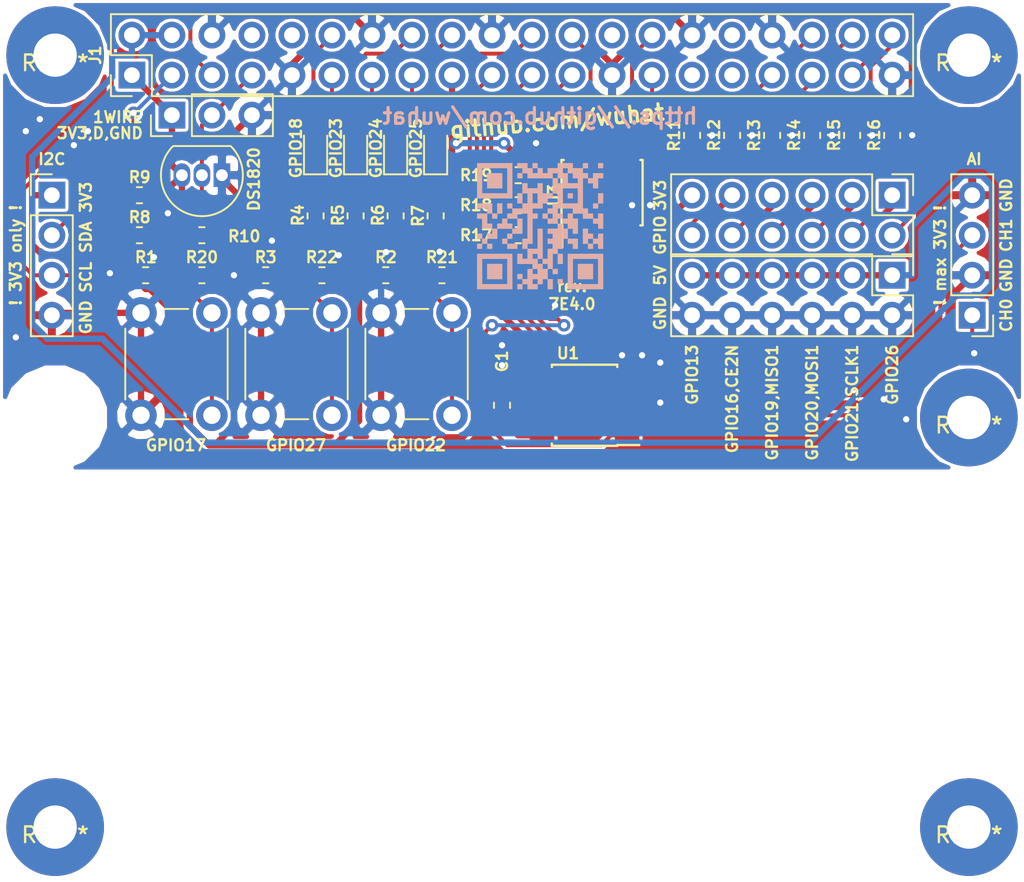
<source format=kicad_pcb>
(kicad_pcb (version 20171130) (host pcbnew "(5.1.5)-2")
  (title_block (title WUhat) (date 2018-12-03) (rev 7E4.0))
  (layers (0 F.Cu signal hide) (31 B.Cu signal hide) (34 B.Paste user hide) (35 F.Paste user) (36 B.SilkS user hide) (37 F.SilkS user) (38 B.Mask user hide) (39 F.Mask user) (44 Edge.Cuts user))
  (net 0 "")
  (net 1 GND)
  (net 2 +3V3)
  (net 3 +5V)
  (net 4 /GPIO13)
  (net 5 /GPIO19)
  (net 6 /GPIO16)
  (net 7 /GPIO26)
  (net 8 /GPIO20)
  (net 9 /GPIO21)
  (net 10 "Net-(R19-Pad2)")
  (net 11 /ID_SC)
  (net 12 /ID_SD)
  (net 13 /CE0_N)
  (net 14 /SCLK0)
  (net 15 /GPIO25)
  (net 16 /MISO0)
  (net 17 /MOSI0)
  (net 18 /GPIO24)
  (net 19 /GPIO23)
  (net 20 /GPIO22)
  (net 21 /GPIO18)
  (net 22 /GPIO17)
  (net 23 /GPIO4_1WIRE)
  (net 24 /SCL)
  (net 25 /SDA)
  (net 26 /CH0)
  (net 27 /CH1)
  (net 28 /GPIO27)
  (net 29 "Net-(GPIO17-Pad2)")
  (net 30 "Net-(GPIO18-Pad1)")
  (net 31 "Net-(GPIO22-Pad2)")
  (net 32 "Net-(GPIO23-Pad1)")
  (net 33 "Net-(GPIO24-Pad1)")
  (net 34 "Net-(GPIO25-Pad1)")
  (net 35 "Net-(GPIO27-Pad2)")
  (net 36 /_GPIO13)
  (net 37 /_GPIO16)
  (net 38 /_GPIO19)
  (net 39 /_GPIO20)
  (net 40 /_GPIO21)
  (net 41 /_GIPO26)
  (module "WUhat Artwork:mounting_hole" (layer F.Cu) (at 163.1 148.23)
    (fp_text reference REF** (at 0 0.5) (layer F.SilkS))
    (fp_text value mounting_hole)
    (pad "" np_thru_hole circle (at 0 0) (size 6.2 6.2) (drill 2.75) (layers *.Cu *.Mask))
  )
  (module "WUhat Artwork:qrcode" (layer B.Cu) (at 131.2425 114.724)
    (fp_text reference LOGO hide)
    (fp_text value "" (at 0 0) (layer B.SilkS) (effects (font (size 1.27 1.27)) (justify mirror)))
  )
  (module Connector_PinHeader_2.54mm:PinHeader_2x20_P2.54mm_Vertical (layer F.Cu) (at 109.97 100.5 90)
    (fp_text reference J1 (at 1.27 -2.33 90) (layer F.SilkS) (effects (font (size 0.7 0.7))))
    (fp_text value GPIOcon)
    (pad 40 thru_hole oval (at 2.54 48.26 90) (size 1.7 1.7) (drill 1) (layers *.Cu *.Mask) (net 9 /GPIO21))
    (pad 39 thru_hole oval (at 0 48.26 90) (size 1.7 1.7) (drill 1) (layers *.Cu *.Mask) (net 1 GND))
    (pad 38 thru_hole oval (at 2.54 45.72 90) (size 1.7 1.7) (drill 1) (layers *.Cu *.Mask) (net 8 /GPIO20))
    (pad 37 thru_hole oval (at 0 45.72 90) (size 1.7 1.7) (drill 1) (layers *.Cu *.Mask) (net 7 /GPIO26))
    (pad 36 thru_hole oval (at 2.54 43.18 90) (size 1.7 1.7) (drill 1) (layers *.Cu *.Mask) (net 6 /GPIO16))
    (pad 35 thru_hole oval (at 0 43.18 90) (size 1.7 1.7) (drill 1) (layers *.Cu *.Mask) (net 5 /GPIO19))
    (pad 34 thru_hole oval (at 2.54 40.64 90) (size 1.7 1.7) (drill 1) (layers *.Cu *.Mask) (net 1 GND))
    (pad 33 thru_hole oval (at 0 40.64 90) (size 1.7 1.7) (drill 1) (layers *.Cu *.Mask) (net 4 /GPIO13))
    (pad 32 thru_hole oval (at 2.54 38.1 90) (size 1.7 1.7) (drill 1) (layers *.Cu *.Mask))
    (pad 31 thru_hole oval (at 0 38.1 90) (size 1.7 1.7) (drill 1) (layers *.Cu *.Mask))
    (pad 30 thru_hole oval (at 2.54 35.56 90) (size 1.7 1.7) (drill 1) (layers *.Cu *.Mask) (net 1 GND))
    (pad 29 thru_hole oval (at 0 35.56 90) (size 1.7 1.7) (drill 1) (layers *.Cu *.Mask))
    (pad 28 thru_hole oval (at 2.54 33.02 90) (size 1.7 1.7) (drill 1) (layers *.Cu *.Mask) (net 11 /ID_SC))
    (pad 27 thru_hole oval (at 0 33.02 90) (size 1.7 1.7) (drill 1) (layers *.Cu *.Mask) (net 12 /ID_SD))
    (pad 26 thru_hole oval (at 2.54 30.48 90) (size 1.7 1.7) (drill 1) (layers *.Cu *.Mask))
    (pad 25 thru_hole oval (at 0 30.48 90) (size 1.7 1.7) (drill 1) (layers *.Cu *.Mask) (net 1 GND))
    (pad 24 thru_hole oval (at 2.54 27.94 90) (size 1.7 1.7) (drill 1) (layers *.Cu *.Mask) (net 13 /CE0_N))
    (pad 23 thru_hole oval (at 0 27.94 90) (size 1.7 1.7) (drill 1) (layers *.Cu *.Mask) (net 14 /SCLK0))
    (pad 22 thru_hole oval (at 2.54 25.4 90) (size 1.7 1.7) (drill 1) (layers *.Cu *.Mask) (net 15 /GPIO25))
    (pad 21 thru_hole oval (at 0 25.4 90) (size 1.7 1.7) (drill 1) (layers *.Cu *.Mask) (net 16 /MISO0))
    (pad 20 thru_hole oval (at 2.54 22.86 90) (size 1.7 1.7) (drill 1) (layers *.Cu *.Mask) (net 1 GND))
    (pad 19 thru_hole oval (at 0 22.86 90) (size 1.7 1.7) (drill 1) (layers *.Cu *.Mask) (net 17 /MOSI0))
    (pad 18 thru_hole oval (at 2.54 20.32 90) (size 1.7 1.7) (drill 1) (layers *.Cu *.Mask) (net 18 /GPIO24))
    (pad 17 thru_hole oval (at 0 20.32 90) (size 1.7 1.7) (drill 1) (layers *.Cu *.Mask) (net 2 +3V3))
    (pad 16 thru_hole oval (at 2.54 17.78 90) (size 1.7 1.7) (drill 1) (layers *.Cu *.Mask) (net 19 /GPIO23))
    (pad 15 thru_hole oval (at 0 17.78 90) (size 1.7 1.7) (drill 1) (layers *.Cu *.Mask) (net 20 /GPIO22))
    (pad 14 thru_hole oval (at 2.54 15.24 90) (size 1.7 1.7) (drill 1) (layers *.Cu *.Mask) (net 1 GND))
    (pad 13 thru_hole oval (at 0 15.24 90) (size 1.7 1.7) (drill 1) (layers *.Cu *.Mask) (net 28 /GPIO27))
    (pad 12 thru_hole oval (at 2.54 12.7 90) (size 1.7 1.7) (drill 1) (layers *.Cu *.Mask) (net 21 /GPIO18))
    (pad 11 thru_hole oval (at 0 12.7 90) (size 1.7 1.7) (drill 1) (layers *.Cu *.Mask) (net 22 /GPIO17))
    (pad 10 thru_hole oval (at 2.54 10.16 90) (size 1.7 1.7) (drill 1) (layers *.Cu *.Mask))
    (pad 9 thru_hole oval (at 0 10.16 90) (size 1.7 1.7) (drill 1) (layers *.Cu *.Mask) (net 1 GND))
    (pad 8 thru_hole oval (at 2.54 7.62 90) (size 1.7 1.7) (drill 1) (layers *.Cu *.Mask))
    (pad 7 thru_hole oval (at 0 7.62 90) (size 1.7 1.7) (drill 1) (layers *.Cu *.Mask) (net 23 /GPIO4_1WIRE))
    (pad 6 thru_hole oval (at 2.54 5.08 90) (size 1.7 1.7) (drill 1) (layers *.Cu *.Mask) (net 1 GND))
    (pad 5 thru_hole oval (at 0 5.08 90) (size 1.7 1.7) (drill 1) (layers *.Cu *.Mask) (net 24 /SCL))
    (pad 4 thru_hole oval (at 2.54 2.54 90) (size 1.7 1.7) (drill 1) (layers *.Cu *.Mask) (net 3 +5V))
    (pad 3 thru_hole oval (at 0 2.54 90) (size 1.7 1.7) (drill 1) (layers *.Cu *.Mask) (net 25 /SDA))
    (pad 2 thru_hole oval (at 2.54 0 90) (size 1.7 1.7) (drill 1) (layers *.Cu *.Mask) (net 3 +5V))
    (pad 1 thru_hole rect (at 0 0 90) (size 1.7 1.7) (drill 1) (layers *.Cu *.Mask) (net 2 +3V3))
  )
  (module Connector_PinHeader_2.54mm:PinHeader_2x06_P2.54mm_Vertical (layer F.Cu) (at 158.23 113.2 270)
    (fp_text reference JGPIOA1 hide)
    (fp_text value 5V/GND)
    (pad 1 thru_hole rect (at 0 0 270) (size 1.7 1.7) (drill 1) (layers *.Cu *.Mask) (net 3 +5V))
    (pad 2 thru_hole oval (at 2.54 0 270) (size 1.7 1.7) (drill 1) (layers *.Cu *.Mask) (net 1 GND))
    (pad 3 thru_hole oval (at 0 2.54 270) (size 1.7 1.7) (drill 1) (layers *.Cu *.Mask) (net 3 +5V))
    (pad 4 thru_hole oval (at 2.54 2.54 270) (size 1.7 1.7) (drill 1) (layers *.Cu *.Mask) (net 1 GND))
    (pad 5 thru_hole oval (at 0 5.08 270) (size 1.7 1.7) (drill 1) (layers *.Cu *.Mask) (net 3 +5V))
    (pad 6 thru_hole oval (at 2.54 5.08 270) (size 1.7 1.7) (drill 1) (layers *.Cu *.Mask) (net 1 GND))
    (pad 7 thru_hole oval (at 0 7.62 270) (size 1.7 1.7) (drill 1) (layers *.Cu *.Mask) (net 3 +5V))
    (pad 8 thru_hole oval (at 2.54 7.62 270) (size 1.7 1.7) (drill 1) (layers *.Cu *.Mask) (net 1 GND))
    (pad 9 thru_hole oval (at 0 10.16 270) (size 1.7 1.7) (drill 1) (layers *.Cu *.Mask) (net 3 +5V))
    (pad 10 thru_hole oval (at 2.54 10.16 270) (size 1.7 1.7) (drill 1) (layers *.Cu *.Mask) (net 1 GND))
    (pad 11 thru_hole oval (at 0 12.7 270) (size 1.7 1.7) (drill 1) (layers *.Cu *.Mask) (net 3 +5V))
    (pad 12 thru_hole oval (at 2.54 12.7 270) (size 1.7 1.7) (drill 1) (layers *.Cu *.Mask) (net 1 GND))
  )
  (module Connector_PinHeader_2.54mm:PinHeader_2x06_P2.54mm_Vertical (layer F.Cu) (at 158.23 108.12 270)
    (fp_text reference JGPIOB1 hide)
    (fp_text value 3V3/GPIO)
    (pad 12 thru_hole oval (at 2.54 12.7 270) (size 1.7 1.7) (drill 1) (layers *.Cu *.Mask) (net 36 /_GPIO13))
    (pad 11 thru_hole oval (at 0 12.7 270) (size 1.7 1.7) (drill 1) (layers *.Cu *.Mask) (net 2 +3V3))
    (pad 10 thru_hole oval (at 2.54 10.16 270) (size 1.7 1.7) (drill 1) (layers *.Cu *.Mask) (net 37 /_GPIO16))
    (pad 9 thru_hole oval (at 0 10.16 270) (size 1.7 1.7) (drill 1) (layers *.Cu *.Mask) (net 2 +3V3))
    (pad 8 thru_hole oval (at 2.54 7.62 270) (size 1.7 1.7) (drill 1) (layers *.Cu *.Mask) (net 38 /_GPIO19))
    (pad 7 thru_hole oval (at 0 7.62 270) (size 1.7 1.7) (drill 1) (layers *.Cu *.Mask) (net 2 +3V3))
    (pad 6 thru_hole oval (at 2.54 5.08 270) (size 1.7 1.7) (drill 1) (layers *.Cu *.Mask) (net 39 /_GPIO20))
    (pad 5 thru_hole oval (at 0 5.08 270) (size 1.7 1.7) (drill 1) (layers *.Cu *.Mask) (net 2 +3V3))
    (pad 4 thru_hole oval (at 2.54 2.54 270) (size 1.7 1.7) (drill 1) (layers *.Cu *.Mask) (net 40 /_GPIO21))
    (pad 3 thru_hole oval (at 0 2.54 270) (size 1.7 1.7) (drill 1) (layers *.Cu *.Mask) (net 2 +3V3))
    (pad 2 thru_hole oval (at 2.54 0 270) (size 1.7 1.7) (drill 1) (layers *.Cu *.Mask) (net 41 /_GIPO26))
    (pad 1 thru_hole rect (at 0 0 270) (size 1.7 1.7) (drill 1) (layers *.Cu *.Mask) (net 2 +3V3))
  )
  (module Connector_PinHeader_2.54mm:PinHeader_1x04_P2.54mm_Vertical (layer F.Cu) (at 104.89 108.12)
    (fp_text reference I2C1 hide)
    (fp_text value I2C)
    (pad 1 thru_hole rect (at 0 0) (size 1.7 1.7) (drill 1) (layers *.Cu *.Mask) (net 2 +3V3))
    (pad 2 thru_hole oval (at 0 2.54) (size 1.7 1.7) (drill 1) (layers *.Cu *.Mask) (net 25 /SDA))
    (pad 3 thru_hole oval (at 0 5.08) (size 1.7 1.7) (drill 1) (layers *.Cu *.Mask) (net 24 /SCL))
    (pad 4 thru_hole oval (at 0 7.62) (size 1.7 1.7) (drill 1) (layers *.Cu *.Mask) (net 1 GND))
  )
  (module Package_SO:SOIC-8_3.9x4.9mm_P1.27mm (layer F.Cu) (at 138.705 121.455 180)
    (fp_text reference U1 (at 1.049 3.302 180) (layer F.SilkS) (effects (font (size 0.7 0.7))))
    (fp_text value MCP3002)
    (pad 1 smd rect (at -2.7 -1.905 180) (size 1.55 0.6) (layers F.Cu F.Paste F.Mask) (net 13 /CE0_N))
    (pad 2 smd rect (at -2.7 -0.635 180) (size 1.55 0.6) (layers F.Cu F.Paste F.Mask) (net 26 /CH0))
    (pad 3 smd rect (at -2.7 0.635 180) (size 1.55 0.6) (layers F.Cu F.Paste F.Mask) (net 27 /CH1))
    (pad 4 smd rect (at -2.7 1.905 180) (size 1.55 0.6) (layers F.Cu F.Paste F.Mask) (net 1 GND))
    (pad 5 smd rect (at 2.7 1.905 180) (size 1.55 0.6) (layers F.Cu F.Paste F.Mask) (net 17 /MOSI0))
    (pad 6 smd rect (at 2.7 0.635 180) (size 1.55 0.6) (layers F.Cu F.Paste F.Mask) (net 16 /MISO0))
    (pad 7 smd rect (at 2.7 -0.635 180) (size 1.55 0.6) (layers F.Cu F.Paste F.Mask) (net 14 /SCLK0))
    (pad 8 smd rect (at 2.7 -1.905 180) (size 1.55 0.6) (layers F.Cu F.Paste F.Mask) (net 2 +3V3))
  )
  (module Connector_PinHeader_2.54mm:PinHeader_1x04_P2.54mm_Vertical (layer F.Cu) (at 163.31 115.74 180)
    (fp_text reference AI1 hide)
    (fp_text value ADC)
    (pad 1 thru_hole rect (at 0 0 180) (size 1.7 1.7) (drill 1) (layers *.Cu *.Mask) (net 26 /CH0))
    (pad 2 thru_hole oval (at 0 2.54 180) (size 1.7 1.7) (drill 1) (layers *.Cu *.Mask) (net 1 GND))
    (pad 3 thru_hole oval (at 0 5.08 180) (size 1.7 1.7) (drill 1) (layers *.Cu *.Mask) (net 27 /CH1))
    (pad 4 thru_hole oval (at 0 7.62 180) (size 1.7 1.7) (drill 1) (layers *.Cu *.Mask) (net 1 GND))
  )
  (module Package_TO_SOT_THT:TO-92_Inline (layer F.Cu) (at 115.685 106.85 180)
    (fp_text reference DS1820 (at -2.032 -0.254 270) (layer F.SilkS) (effects (font (size 0.7 0.7))))
    (fp_text value DS18S20)
    (pad 1 thru_hole rect (at 0 0 180) (size 1.05 1.5) (drill 0.75) (layers *.Cu *.Mask) (net 1 GND))
    (pad 3 thru_hole oval (at 2.54 0 180) (size 1.05 1.5) (drill 0.75) (layers *.Cu *.Mask) (net 2 +3V3))
    (pad 2 thru_hole oval (at 1.27 0 180) (size 1.05 1.5) (drill 0.75) (layers *.Cu *.Mask) (net 23 /GPIO4_1WIRE))
  )
  (module Package_SO:SOIC-8_3.9x4.9mm_P1.27mm (layer F.Cu) (at 139.815 107.96 90)
    (fp_text reference U3 (at -0.16 -3.048 90) (layer F.SilkS) (effects (font (size 0.7 0.7))))
    (fp_text value ID)
    (pad 1 smd rect (at -2.7 -1.905 90) (size 1.55 0.6) (layers F.Cu F.Paste F.Mask) (net 1 GND))
    (pad 2 smd rect (at -2.7 -0.635 90) (size 1.55 0.6) (layers F.Cu F.Paste F.Mask) (net 1 GND))
    (pad 3 smd rect (at -2.7 0.635 90) (size 1.55 0.6) (layers F.Cu F.Paste F.Mask) (net 1 GND))
    (pad 4 smd rect (at -2.7 1.905 90) (size 1.55 0.6) (layers F.Cu F.Paste F.Mask) (net 1 GND))
    (pad 5 smd rect (at 2.7 1.905 90) (size 1.55 0.6) (layers F.Cu F.Paste F.Mask) (net 12 /ID_SD))
    (pad 6 smd rect (at 2.7 0.635 90) (size 1.55 0.6) (layers F.Cu F.Paste F.Mask) (net 11 /ID_SC))
    (pad 7 smd rect (at 2.7 -0.635 90) (size 1.55 0.6) (layers F.Cu F.Paste F.Mask) (net 10 "Net-(R19-Pad2)"))
    (pad 8 smd rect (at 2.7 -1.905 90) (size 1.55 0.6) (layers F.Cu F.Paste F.Mask) (net 2 +3V3))
  )
  (module Resistor_SMD:R_0603_1608Metric_Pad1.05x0.95mm_HandSolder (layer F.Cu) (at 110.845 113.2)
    (fp_text reference R1 (at 0.014 -1.143) (layer F.SilkS) (effects (font (size 0.7 0.7))))
    (fp_text value 4k7)
    (pad 2 smd roundrect (at 0.875 0) (size 1.05 0.95) (layers F.Cu F.Paste F.Mask) (net 29 "Net-(GPIO17-Pad2)"))
    (pad 1 smd roundrect (at -0.875 0) (size 1.05 0.95) (layers F.Cu F.Paste F.Mask) (net 2 +3V3))
  )
  (module Resistor_SMD:R_0603_1608Metric_Pad1.05x0.95mm_HandSolder (layer F.Cu) (at 126.085 113.2)
    (fp_text reference R2 (at 0.014 -1.143) (layer F.SilkS) (effects (font (size 0.7 0.7))))
    (fp_text value 4k7)
    (pad 1 smd roundrect (at -0.875 0) (size 1.05 0.95) (layers F.Cu F.Paste F.Mask) (net 2 +3V3))
    (pad 2 smd roundrect (at 0.875 0) (size 1.05 0.95) (layers F.Cu F.Paste F.Mask) (net 31 "Net-(GPIO22-Pad2)"))
  )
  (module Resistor_SMD:R_0603_1608Metric_Pad1.05x0.95mm_HandSolder (layer F.Cu) (at 118.465 113.2)
    (fp_text reference R3 (at 0 -1.143) (layer F.SilkS) (effects (font (size 0.7 0.7))))
    (fp_text value 4k7)
    (pad 2 smd roundrect (at 0.875 0) (size 1.05 0.95) (layers F.Cu F.Paste F.Mask) (net 35 "Net-(GPIO27-Pad2)"))
    (pad 1 smd roundrect (at -0.875 0) (size 1.05 0.95) (layers F.Cu F.Paste F.Mask) (net 2 +3V3))
  )
  (module Resistor_SMD:R_0603_1608Metric_Pad1.05x0.95mm_HandSolder (layer F.Cu) (at 121.63 109.435 270)
    (fp_text reference R4 (at -0.045 1.119 270) (layer F.SilkS) (effects (font (size 0.7 0.7))))
    (fp_text value 1k)
    (pad 1 smd roundrect (at -0.875 0 270) (size 1.05 0.95) (layers F.Cu F.Paste F.Mask) (net 30 "Net-(GPIO18-Pad1)"))
    (pad 2 smd roundrect (at 0.875 0 270) (size 1.05 0.95) (layers F.Cu F.Paste F.Mask) (net 1 GND))
  )
  (module Resistor_SMD:R_0603_1608Metric_Pad1.05x0.95mm_HandSolder (layer F.Cu) (at 124.17 109.435 270)
    (fp_text reference R5 (at -0.045 1.119 270) (layer F.SilkS) (effects (font (size 0.7 0.7))))
    (fp_text value 1k)
    (pad 2 smd roundrect (at 0.875 0 270) (size 1.05 0.95) (layers F.Cu F.Paste F.Mask) (net 1 GND))
    (pad 1 smd roundrect (at -0.875 0 270) (size 1.05 0.95) (layers F.Cu F.Paste F.Mask) (net 32 "Net-(GPIO23-Pad1)"))
  )
  (module Resistor_SMD:R_0603_1608Metric_Pad1.05x0.95mm_HandSolder (layer F.Cu) (at 126.71 109.435 270)
    (fp_text reference R6 (at -0.045 1.119 270) (layer F.SilkS) (effects (font (size 0.7 0.7))))
    (fp_text value 1k)
    (pad 1 smd roundrect (at -0.875 0 270) (size 1.05 0.95) (layers F.Cu F.Paste F.Mask) (net 33 "Net-(GPIO24-Pad1)"))
    (pad 2 smd roundrect (at 0.875 0 270) (size 1.05 0.95) (layers F.Cu F.Paste F.Mask) (net 1 GND))
  )
  (module Resistor_SMD:R_0603_1608Metric_Pad1.05x0.95mm_HandSolder (layer F.Cu) (at 129.25 109.435 270)
    (fp_text reference R7 (at 0 1.119 270) (layer F.SilkS) (effects (font (size 0.7 0.7))))
    (fp_text value 1k)
    (pad 2 smd roundrect (at 0.875 0 270) (size 1.05 0.95) (layers F.Cu F.Paste F.Mask) (net 1 GND))
    (pad 1 smd roundrect (at -0.875 0 270) (size 1.05 0.95) (layers F.Cu F.Paste F.Mask) (net 34 "Net-(GPIO25-Pad1)"))
  )
  (module Resistor_SMD:R_0603_1608Metric_Pad1.05x0.95mm_HandSolder (layer F.Cu) (at 110.45 110.66 180)
    (fp_text reference R8 (at -0.014 1.143 180) (layer F.SilkS) (effects (font (size 0.7 0.7))))
    (fp_text value 4k7)
    (pad 1 smd roundrect (at -0.875 0 180) (size 1.05 0.95) (layers F.Cu F.Paste F.Mask) (net 2 +3V3))
    (pad 2 smd roundrect (at 0.875 0 180) (size 1.05 0.95) (layers F.Cu F.Paste F.Mask) (net 24 /SCL))
  )
  (module Resistor_SMD:R_0603_1608Metric_Pad1.05x0.95mm_HandSolder (layer F.Cu) (at 110.45 108.12 180)
    (fp_text reference R9 (at -0.014 1.143 180) (layer F.SilkS) (effects (font (size 0.7 0.7))))
    (fp_text value 4k7)
    (pad 2 smd roundrect (at 0.875 0 180) (size 1.05 0.95) (layers F.Cu F.Paste F.Mask) (net 25 /SDA))
    (pad 1 smd roundrect (at -0.875 0 180) (size 1.05 0.95) (layers F.Cu F.Paste F.Mask) (net 2 +3V3))
  )
  (module Resistor_SMD:R_0603_1608Metric_Pad1.05x0.95mm_HandSolder (layer F.Cu) (at 114.415 110.66)
    (fp_text reference R10 (at 2.685 0.07) (layer F.SilkS) (effects (font (size 0.7 0.7))))
    (fp_text value 4k7)
    (pad 1 smd roundrect (at -0.875 0) (size 1.05 0.95) (layers F.Cu F.Paste F.Mask) (net 2 +3V3))
    (pad 2 smd roundrect (at 0.875 0) (size 1.05 0.95) (layers F.Cu F.Paste F.Mask) (net 23 /GPIO4_1WIRE))
  )
  (module Resistor_SMD:R_0603_1608Metric_Pad1.05x0.95mm_HandSolder (layer F.Cu) (at 145.53 104.324 270)
    (fp_text reference R11 (at 0 1.143 270) (layer F.SilkS) (effects (font (size 0.7 0.7))))
    (fp_text value 4k7)
    (pad 2 smd roundrect (at 0.875 0 270) (size 1.05 0.95) (layers F.Cu F.Paste F.Mask) (net 36 /_GPIO13))
    (pad 1 smd roundrect (at -0.875 0 270) (size 1.05 0.95) (layers F.Cu F.Paste F.Mask) (net 4 /GPIO13))
  )
  (module Resistor_SMD:R_0603_1608Metric_Pad1.05x0.95mm_HandSolder (layer F.Cu) (at 148.07 104.324 270)
    (fp_text reference R12 (at -0.014 1.143 270) (layer F.SilkS) (effects (font (size 0.7 0.7))))
    (fp_text value 4k7)
    (pad 1 smd roundrect (at -0.875 0 270) (size 1.05 0.95) (layers F.Cu F.Paste F.Mask) (net 6 /GPIO16))
    (pad 2 smd roundrect (at 0.875 0 270) (size 1.05 0.95) (layers F.Cu F.Paste F.Mask) (net 37 /_GPIO16))
  )
  (module Resistor_SMD:R_0603_1608Metric_Pad1.05x0.95mm_HandSolder (layer F.Cu) (at 150.61 104.324 270)
    (fp_text reference R13 (at 0 1.143 270) (layer F.SilkS) (effects (font (size 0.7 0.7))))
    (fp_text value 4k7)
    (pad 2 smd roundrect (at 0.875 0 270) (size 1.05 0.95) (layers F.Cu F.Paste F.Mask) (net 38 /_GPIO19))
    (pad 1 smd roundrect (at -0.875 0 270) (size 1.05 0.95) (layers F.Cu F.Paste F.Mask) (net 5 /GPIO19))
  )
  (module Resistor_SMD:R_0603_1608Metric_Pad1.05x0.95mm_HandSolder (layer F.Cu) (at 153.15 104.324 270)
    (fp_text reference R14 (at -0.014 1.143 270) (layer F.SilkS) (effects (font (size 0.7 0.7))))
    (fp_text value 4k7)
    (pad 1 smd roundrect (at -0.875 0 270) (size 1.05 0.95) (layers F.Cu F.Paste F.Mask) (net 8 /GPIO20))
    (pad 2 smd roundrect (at 0.875 0 270) (size 1.05 0.95) (layers F.Cu F.Paste F.Mask) (net 39 /_GPIO20))
  )
  (module Resistor_SMD:R_0603_1608Metric_Pad1.05x0.95mm_HandSolder (layer F.Cu) (at 155.69 104.324 270)
    (fp_text reference R15 (at -0.014 1.143 270) (layer F.SilkS) (effects (font (size 0.7 0.7))))
    (fp_text value 4k7)
    (pad 2 smd roundrect (at 0.875 0 270) (size 1.05 0.95) (layers F.Cu F.Paste F.Mask) (net 40 /_GPIO21))
    (pad 1 smd roundrect (at -0.875 0 270) (size 1.05 0.95) (layers F.Cu F.Paste F.Mask) (net 9 /GPIO21))
  )
  (module Resistor_SMD:R_0603_1608Metric_Pad1.05x0.95mm_HandSolder (layer F.Cu) (at 158.23 104.324 270)
    (fp_text reference R16 (at -0.014 1.143 270) (layer F.SilkS) (effects (font (size 0.7 0.7))))
    (fp_text value 4k7)
    (pad 2 smd roundrect (at 0.875 0 270) (size 1.05 0.95) (layers F.Cu F.Paste F.Mask) (net 41 /_GIPO26))
    (pad 1 smd roundrect (at -0.875 0 270) (size 1.05 0.95) (layers F.Cu F.Paste F.Mask) (net 7 /GPIO26))
  )
  (module Resistor_SMD:R_0603_1608Metric_Pad1.05x0.95mm_HandSolder (layer F.Cu) (at 134.495 110.66)
    (fp_text reference R17 (at -2.681 0) (layer F.SilkS) (effects (font (size 0.7 0.7))))
    (fp_text value 3k9)
    (pad 1 smd roundrect (at -0.875 0) (size 1.05 0.95) (layers F.Cu F.Paste F.Mask) (net 2 +3V3))
    (pad 2 smd roundrect (at 0.875 0) (size 1.05 0.95) (layers F.Cu F.Paste F.Mask) (net 12 /ID_SD))
  )
  (module Resistor_SMD:R_0603_1608Metric_Pad1.05x0.95mm_HandSolder (layer F.Cu) (at 134.495 108.755)
    (fp_text reference R18 (at -2.681 0) (layer F.SilkS) (effects (font (size 0.7 0.7))))
    (fp_text value 3k9)
    (pad 2 smd roundrect (at 0.875 0) (size 1.05 0.95) (layers F.Cu F.Paste F.Mask) (net 11 /ID_SC))
    (pad 1 smd roundrect (at -0.875 0) (size 1.05 0.95) (layers F.Cu F.Paste F.Mask) (net 2 +3V3))
  )
  (module Resistor_SMD:R_0603_1608Metric_Pad1.05x0.95mm_HandSolder (layer F.Cu) (at 134.495 106.85)
    (fp_text reference R19 (at -2.681 0) (layer F.SilkS) (effects (font (size 0.7 0.7))))
    (fp_text value 1k)
    (pad 1 smd roundrect (at -0.875 0) (size 1.05 0.95) (layers F.Cu F.Paste F.Mask) (net 2 +3V3))
    (pad 2 smd roundrect (at 0.875 0) (size 1.05 0.95) (layers F.Cu F.Paste F.Mask) (net 10 "Net-(R19-Pad2)"))
  )
  (module Button_Switch_THT:SW_PUSH_6mm (layer F.Cu) (at 110.55 122.09 90)
    (fp_text reference GPIO17 (at -1.905 2.214) (layer F.SilkS) (effects (font (size 0.7 0.7))))
    (fp_text value SW_Push)
    (pad 2 thru_hole circle (at 0 4.5 180) (size 2 2) (drill 1.1) (layers *.Cu *.Mask) (net 29 "Net-(GPIO17-Pad2)"))
    (pad 1 thru_hole circle (at 0 0 180) (size 2 2) (drill 1.1) (layers *.Cu *.Mask) (net 1 GND))
    (pad 2 thru_hole circle (at 6.5 4.5 180) (size 2 2) (drill 1.1) (layers *.Cu *.Mask) (net 29 "Net-(GPIO17-Pad2)"))
    (pad 1 thru_hole circle (at 6.5 0 180) (size 2 2) (drill 1.1) (layers *.Cu *.Mask) (net 1 GND))
  )
  (module Button_Switch_THT:SW_PUSH_6mm (layer F.Cu) (at 125.79 122.09 90)
    (fp_text reference GPIO22 (at -1.905 2.214 180) (layer F.SilkS) (effects (font (size 0.7 0.7))))
    (fp_text value SW_Push)
    (pad 1 thru_hole circle (at 6.5 0 180) (size 2 2) (drill 1.1) (layers *.Cu *.Mask) (net 1 GND))
    (pad 2 thru_hole circle (at 6.5 4.5 180) (size 2 2) (drill 1.1) (layers *.Cu *.Mask) (net 31 "Net-(GPIO22-Pad2)"))
    (pad 1 thru_hole circle (at 0 0 180) (size 2 2) (drill 1.1) (layers *.Cu *.Mask) (net 1 GND))
    (pad 2 thru_hole circle (at 0 4.5 180) (size 2 2) (drill 1.1) (layers *.Cu *.Mask) (net 31 "Net-(GPIO22-Pad2)"))
  )
  (module Button_Switch_THT:SW_PUSH_6mm (layer F.Cu) (at 118.17 122.09 90)
    (fp_text reference GPIO27 (at -1.905 2.214) (layer F.SilkS) (effects (font (size 0.7 0.7))))
    (fp_text value SW_Push)
    (pad 2 thru_hole circle (at 0 4.5 180) (size 2 2) (drill 1.1) (layers *.Cu *.Mask) (net 35 "Net-(GPIO27-Pad2)"))
    (pad 1 thru_hole circle (at 0 0 180) (size 2 2) (drill 1.1) (layers *.Cu *.Mask) (net 1 GND))
    (pad 2 thru_hole circle (at 6.5 4.5 180) (size 2 2) (drill 1.1) (layers *.Cu *.Mask) (net 35 "Net-(GPIO27-Pad2)"))
    (pad 1 thru_hole circle (at 6.5 0 180) (size 2 2) (drill 1.1) (layers *.Cu *.Mask) (net 1 GND))
  )
  (module LED_SMD:LED_0603_1608Metric_Pad1.05x0.95mm_HandSolder (layer F.Cu) (at 121.63 105.135 90)
    (fp_text reference GPIO18 (at 0 -1.246 90) (layer F.SilkS) (effects (font (size 0.7 0.7))))
    (fp_text value LED)
    (pad 2 smd roundrect (at 0.875 0 90) (size 1.05 0.95) (layers F.Cu F.Paste F.Mask) (net 21 /GPIO18))
    (pad 1 smd roundrect (at -0.875 0 90) (size 1.05 0.95) (layers F.Cu F.Paste F.Mask) (net 30 "Net-(GPIO18-Pad1)"))
  )
  (module LED_SMD:LED_0603_1608Metric_Pad1.05x0.95mm_HandSolder (layer F.Cu) (at 124.17 105.135 90)
    (fp_text reference GPIO23 (at 0 -1.246 90) (layer F.SilkS) (effects (font (size 0.7 0.7))))
    (fp_text value LED)
    (pad 1 smd roundrect (at -0.875 0 90) (size 1.05 0.95) (layers F.Cu F.Paste F.Mask) (net 32 "Net-(GPIO23-Pad1)"))
    (pad 2 smd roundrect (at 0.875 0 90) (size 1.05 0.95) (layers F.Cu F.Paste F.Mask) (net 19 /GPIO23))
  )
  (module LED_SMD:LED_0603_1608Metric_Pad1.05x0.95mm_HandSolder (layer F.Cu) (at 126.71 105.135 90)
    (fp_text reference GPIO24 (at 0 -1.246 90) (layer F.SilkS) (effects (font (size 0.7 0.7))))
    (fp_text value LED)
    (pad 2 smd roundrect (at 0.875 0 90) (size 1.05 0.95) (layers F.Cu F.Paste F.Mask) (net 18 /GPIO24))
    (pad 1 smd roundrect (at -0.875 0 90) (size 1.05 0.95) (layers F.Cu F.Paste F.Mask) (net 33 "Net-(GPIO24-Pad1)"))
  )
  (module LED_SMD:LED_0603_1608Metric_Pad1.05x0.95mm_HandSolder (layer F.Cu) (at 129.25 105.135 90)
    (fp_text reference GPIO25 (at 0 -1.246 90) (layer F.SilkS) (effects (font (size 0.7 0.7))))
    (fp_text value LED)
    (pad 1 smd roundrect (at -0.875 0 90) (size 1.05 0.95) (layers F.Cu F.Paste F.Mask) (net 34 "Net-(GPIO25-Pad1)"))
    (pad 2 smd roundrect (at 0.875 0 90) (size 1.05 0.95) (layers F.Cu F.Paste F.Mask) (net 15 /GPIO25))
  )
  (module Resistor_SMD:R_0603_1608Metric_Pad1.05x0.95mm_HandSolder (layer F.Cu) (at 114.415 113.2 180)
    (fp_text reference R20 (at 0 1.143 180) (layer F.SilkS) (effects (font (size 0.7 0.7))))
    (fp_text value 4k7)
    (pad 1 smd roundrect (at -0.875 0 180) (size 1.05 0.95) (layers F.Cu F.Paste F.Mask) (net 22 /GPIO17))
    (pad 2 smd roundrect (at 0.875 0 180) (size 1.05 0.95) (layers F.Cu F.Paste F.Mask) (net 29 "Net-(GPIO17-Pad2)"))
  )
  (module Resistor_SMD:R_0603_1608Metric_Pad1.05x0.95mm_HandSolder (layer F.Cu) (at 129.655 113.2 180)
    (fp_text reference R21 (at 0 1.143 180) (layer F.SilkS) (effects (font (size 0.7 0.7))))
    (fp_text value 4k7)
    (pad 2 smd roundrect (at 0.875 0 180) (size 1.05 0.95) (layers F.Cu F.Paste F.Mask) (net 31 "Net-(GPIO22-Pad2)"))
    (pad 1 smd roundrect (at -0.875 0 180) (size 1.05 0.95) (layers F.Cu F.Paste F.Mask) (net 20 /GPIO22))
  )
  (module Resistor_SMD:R_0603_1608Metric_Pad1.05x0.95mm_HandSolder (layer F.Cu) (at 122.035 113.2 180)
    (fp_text reference R22 (at 0 1.143 180) (layer F.SilkS) (effects (font (size 0.7 0.7))))
    (fp_text value 4k7)
    (pad 1 smd roundrect (at -0.875 0 180) (size 1.05 0.95) (layers F.Cu F.Paste F.Mask) (net 28 /GPIO27))
    (pad 2 smd roundrect (at 0.875 0 180) (size 1.05 0.95) (layers F.Cu F.Paste F.Mask) (net 35 "Net-(GPIO27-Pad2)"))
  )
  (module Connector_PinHeader_2.54mm:PinHeader_1x03_P2.54mm_Vertical (layer F.Cu) (at 112.51 103.04 90)
    (fp_text reference 1W1 hide)
    (fp_text value Conn_01x03)
    (pad 1 thru_hole rect (at 0 0 90) (size 1.7 1.7) (drill 1) (layers *.Cu *.Mask) (net 2 +3V3))
    (pad 2 thru_hole oval (at 0 2.54 90) (size 1.7 1.7) (drill 1) (layers *.Cu *.Mask) (net 23 /GPIO4_1WIRE))
    (pad 3 thru_hole oval (at 0 5.08 90) (size 1.7 1.7) (drill 1) (layers *.Cu *.Mask) (net 1 GND))
  )
  (module Capacitor_SMD:C_0603_1608Metric_Pad1.05x0.95mm_HandSolder (layer F.Cu) (at 133.465 121.455 90)
    (fp_text reference C1 (at 2.794 0 90) (layer F.SilkS) (effects (font (size 0.7 0.7))))
    (fp_text value 1u)
    (pad 1 smd roundrect (at -0.875 0 90) (size 1.05 0.95) (layers F.Cu F.Paste F.Mask) (net 2 +3V3))
    (pad 2 smd roundrect (at 0.875 0 90) (size 1.05 0.95) (layers F.Cu F.Paste F.Mask) (net 1 GND))
  )
  (module "WUhat Artwork:mounting_hole" (layer F.Cu) (at 163.1 99.23)
    (fp_text reference REF** (at 0 0.5) (layer F.SilkS))
    (fp_text value mounting_hole)
    (pad "" np_thru_hole circle (at 0 0) (size 6.2 6.2) (drill 2.75) (layers *.Cu *.Mask))
  )
  (module "WUhat Artwork:mounting_hole" (layer F.Cu) (at 163.1 122.23)
    (fp_text reference REF** (at 0 0.5) (layer F.SilkS))
    (fp_text value mounting_hole)
    (pad "" np_thru_hole circle (at 0 0) (size 6.2 6.2) (drill 2.75) (layers *.Cu *.Mask))
  )
  (module "WUhat Artwork:mounting_hole" (layer F.Cu) (at 105.1 148.23)
    (fp_text reference REF** (at 0 0.5) (layer F.SilkS))
    (fp_text value mounting_hole)
    (pad "" np_thru_hole circle (at 0 0) (size 6.2 6.2) (drill 2.75) (layers *.Cu *.Mask))
  )
  (module "WUhat Artwork:mounting_hole" (layer F.Cu) (at 105.1 99.23)
    (fp_text reference REF** (at 0 0.5) (layer F.SilkS))
    (fp_text value mounting_hole)
    (pad "" np_thru_hole circle (at 0 0) (size 6.2 6.2) (drill 2.75) (layers *.Cu *.Mask))
  )
  (gr_arc (start 101.6 132.23) (end 102.6 132.23) (angle -90) (layer Edge.Cuts) (width 0.001))
  (gr_arc (start 102.6 142.41) (end 101.6 142.41) (angle -90) (layer Edge.Cuts) (width 0.001))
  (gr_arc (start 105 130.23) (end 105 131.23) (angle -90) (layer Edge.Cuts) (width 0.001))
  (gr_arc (start 105 132.23) (end 105 133.23) (angle -90) (layer Edge.Cuts) (width 0.001))
  (gr_text "rev.\n7E4.0" (at 137.91 114.47) (layer F.SilkS) (effects (font (size 0.7 0.7))))
  (gr_text https://github.com/wuhat (at 135.878 103.1035) (layer B.SilkS) (effects (font (size 1 1) (thickness 0.2)) (justify mirror)))
  (gr_text github.com/wuhat (at 136.9575 103.421 5) (layer F.SilkS) (effects (font (size 1 1) (thickness 0.2))))
  (gr_text GPIO26 (at 158.23 117.518 90) (layer F.SilkS) (effects (font (size 0.7 0.7)) (justify right)))
  (gr_text GPIO21,SCLK1 (at 155.69 117.518 90) (layer F.SilkS) (effects (font (size 0.7 0.7)) (justify right)))
  (gr_text GPIO20,MOSI1 (at 153.15 117.518 90) (layer F.SilkS) (effects (font (size 0.7 0.7)) (justify right)))
  (gr_text GPIO19,MISO1 (at 150.61 117.518 90) (layer F.SilkS) (effects (font (size 0.7 0.7)) (justify right)))
  (gr_text GPIO16,CE2N (at 148.07 117.518 90) (layer F.SilkS) (effects (font (size 0.7 0.7)) (justify right)))
  (gr_text GPIO13 (at 145.53 117.518 90) (layer F.SilkS) (effects (font (size 0.7 0.7)) (justify right)))
  (gr_text GPIO (at 143.498 110.66 90) (layer F.SilkS) (effects (font (size 0.7 0.7))))
  (gr_text 5V (at 143.498 113.2 90) (layer F.SilkS) (effects (font (size 0.7 0.7))))
  (gr_text 3V3 (at 143.498 108.12 90) (layer F.SilkS) (effects (font (size 0.7 0.7))))
  (gr_text GND (at 143.498 115.613 90) (layer F.SilkS) (effects (font (size 0.7 0.7))))
  (gr_text "! max 3V3 !" (at 161.278 111.93 90) (layer F.SilkS) (effects (font (size 0.7 0.7))))
  (gr_text "! 3V3 only !" (at 102.604 111.93 90) (layer F.SilkS) (effects (font (size 0.7 0.7))))
  (gr_text CH1 (at 165.469 110.66 90) (layer F.SilkS) (effects (font (size 0.7 0.7))))
  (gr_text CH0 (at 165.469 115.74 90) (layer F.SilkS) (effects (font (size 0.7 0.7))))
  (gr_text GND (at 165.469 108.12 90) (layer F.SilkS) (effects (font (size 0.7 0.7))))
  (gr_text GND (at 165.469 113.2 90) (layer F.SilkS) (effects (font (size 0.7 0.7))))
  (gr_text AI (at 163.437 105.834) (layer F.SilkS) (effects (font (size 0.7 0.7))))
  (gr_text 3V3,D,GND (at 107.938 104.183) (layer F.SilkS) (effects (font (size 0.7 0.7))))
  (gr_text 1WIRE (at 109.081 103.167) (layer F.SilkS) (effects (font (size 0.7 0.7))))
  (gr_text I2C (at 104.89 105.834) (layer F.SilkS) (effects (font (size 0.7 0.7))))
  (gr_text GND (at 107.049 115.867 90) (layer F.SilkS) (effects (font (size 0.7 0.7))))
  (gr_text SCL (at 107.049 113.327 90) (layer F.SilkS) (effects (font (size 0.7 0.7))))
  (gr_text SDA (at 107.049 110.787 90) (layer F.SilkS) (effects (font (size 0.7 0.7))))
  (gr_text 3V3 (at 107.049 108.247 90) (layer F.SilkS) (effects (font (size 0.7 0.7))))
  (gr_line (start 166.6 148.73) (end 166.6 98.73) (layer Edge.Cuts) (width 0.001))
  (gr_arc (start 163.6 148.73) (end 163.6 151.73) (angle -90) (layer Edge.Cuts) (width 0.001))
  (gr_line (start 104.6 151.73) (end 163.6 151.73) (layer Edge.Cuts) (width 0.001))
  (gr_arc (start 104.6 148.73) (end 101.6 148.73) (angle -90) (layer Edge.Cuts) (width 0.001))
  (gr_line (start 101.6 98.73) (end 101.6 148.73) (layer Edge.Cuts) (width 0.001))
  (gr_arc (start 104.6 98.73) (end 104.6 95.73) (angle -90) (layer Edge.Cuts) (width 0.001))
  (gr_line (start 163.6 95.73) (end 104.6 95.73) (layer Edge.Cuts) (width 0.001))
  (gr_arc (start 163.6 98.73) (end 166.6 98.73) (angle -90) (layer Edge.Cuts) (width 0.001))
  (segment (start 137.91 110.66) (end 141.72 110.66) (width 0.5) (layer F.Cu) (net 1))
  (segment (start 145.53 115.74) (end 158.23 115.74) (width 0.4) (layer F.Cu) (net 1))
  (segment (start 156.96 119.55) (end 141.405 119.55) (width 0.4) (layer F.Cu) (net 1))
  (segment (start 163.31 108.12) (end 160.135 111.295) (width 0.4) (layer F.Cu) (net 1))
  (segment (start 160.135 115.172919) (end 160.135 116.375) (width 0.4) (layer F.Cu) (net 1))
  (segment (start 160.135 111.295) (end 160.135 116.375) (width 0.4) (layer F.Cu) (net 1))
  (segment (start 105.04 115.59) (end 104.89 115.74) (width 0.4) (layer F.Cu) (net 1))
  (segment (start 110.55 115.59) (end 105.04 115.59) (width 0.4) (layer F.Cu) (net 1))
  (segment (start 110.55 122.09) (end 110.55 115.59) (width 0.4) (layer F.Cu) (net 1))
  (segment (start 118.17 122.09) (end 118.17 115.59) (width 0.4) (layer F.Cu) (net 1))
  (segment (start 125.79 122.09) (end 125.79 115.59) (width 0.4) (layer F.Cu) (net 1))
  (segment (start 125.79 113.145) (end 124.575 111.93) (width 0.4) (layer B.Cu) (net 1))
  (segment (start 125.79 115.59) (end 125.79 113.145) (width 0.4) (layer B.Cu) (net 1))
  (segment (start 116.769999 116.990001) (end 118.17 115.59) (width 0.4) (layer B.Cu) (net 1))
  (segment (start 111.950001 116.990001) (end 116.769999 116.990001) (width 0.4) (layer B.Cu) (net 1))
  (segment (start 110.55 115.59) (end 111.950001 116.990001) (width 0.4) (layer B.Cu) (net 1))
  (segment (start 124.389999 116.990001) (end 125.79 115.59) (width 0.4) (layer B.Cu) (net 1))
  (segment (start 119.570001 116.990001) (end 124.389999 116.990001) (width 0.4) (layer B.Cu) (net 1))
  (segment (start 118.17 115.59) (end 119.570001 116.990001) (width 0.4) (layer B.Cu) (net 1))
  (segment (start 159.079999 114.890001) (end 158.23 115.74) (width 0.4) (layer B.Cu) (net 1))
  (segment (start 162.059999 111.910001) (end 159.079999 114.890001) (width 0.4) (layer B.Cu) (net 1))
  (segment (start 162.059999 109.370001) (end 162.059999 111.910001) (width 0.4) (layer B.Cu) (net 1))
  (segment (start 163.31 108.12) (end 162.059999 109.370001) (width 0.4) (layer B.Cu) (net 1))
  (segment (start 151.459999 98.809999) (end 150.61 97.96) (width 0.4) (layer B.Cu) (net 1))
  (segment (start 151.899999 99.249999) (end 151.459999 98.809999) (width 0.4) (layer B.Cu) (net 1))
  (segment (start 156.979999 99.249999) (end 151.899999 99.249999) (width 0.4) (layer B.Cu) (net 1))
  (segment (start 158.23 100.5) (end 156.979999 99.249999) (width 0.4) (layer B.Cu) (net 1))
  (segment (start 141.299999 99.650001) (end 140.45 100.5) (width 0.4) (layer B.Cu) (net 1))
  (segment (start 141.739999 99.210001) (end 141.299999 99.650001) (width 0.4) (layer B.Cu) (net 1))
  (segment (start 144.279999 99.210001) (end 141.739999 99.210001) (width 0.4) (layer B.Cu) (net 1))
  (segment (start 144.279999 99.210001) (end 144.680001 98.809999) (width 0.4) (layer B.Cu) (net 1))
  (segment (start 144.279999 114.489999) (end 144.279999 99.210001) (width 0.4) (layer B.Cu) (net 1))
  (segment (start 144.680001 98.809999) (end 145.53 97.96) (width 0.4) (layer B.Cu) (net 1))
  (segment (start 145.53 115.74) (end 144.279999 114.489999) (width 0.4) (layer B.Cu) (net 1))
  (segment (start 124.360001 98.809999) (end 125.21 97.96) (width 0.4) (layer B.Cu) (net 1))
  (segment (start 123.920001 99.249999) (end 124.360001 98.809999) (width 0.4) (layer B.Cu) (net 1))
  (segment (start 121.380001 99.249999) (end 123.920001 99.249999) (width 0.4) (layer B.Cu) (net 1))
  (segment (start 120.13 100.5) (end 121.380001 99.249999) (width 0.4) (layer B.Cu) (net 1))
  (segment (start 115.685 104.945) (end 117.59 103.04) (width 0.4) (layer F.Cu) (net 1))
  (segment (start 115.685 106.85) (end 115.685 104.945) (width 0.4) (layer F.Cu) (net 1))
  (segment (start 129.03499 110.31) (end 129.089991 110.254999) (width 0.4) (layer F.Cu) (net 1))
  (segment (start 160.135 116.375) (end 156.96 119.55) (width 0.4) (layer F.Cu) (net 1))
  (via (at 143.51 118.745) (size 0.8) (drill 0.4) (layers F.Cu B.Cu) (net 1))
  (via (at 118.86 111.00499) (size 0.8) (drill 0.4) (layers F.Cu B.Cu) (net 1))
  (segment (start 119.78501 111.93) (end 119.259999 111.404989) (width 0.4) (layer B.Cu) (net 1))
  (segment (start 118.86 110.439305) (end 118.86 111.00499) (width 0.4) (layer F.Cu) (net 1))
  (segment (start 118.86 110.25) (end 118.86 110.439305) (width 0.4) (layer F.Cu) (net 1))
  (segment (start 115.685 107.075) (end 118.86 110.25) (width 0.4) (layer F.Cu) (net 1))
  (segment (start 119.259999 111.404989) (end 118.86 111.00499) (width 0.4) (layer B.Cu) (net 1))
  (segment (start 115.685 106.85) (end 115.685 107.075) (width 0.4) (layer F.Cu) (net 1))
  (segment (start 118.92 110.31) (end 118.86 110.25) (width 0.4) (layer F.Cu) (net 1))
  (segment (start 121.63 110.31) (end 118.92 110.31) (width 0.4) (layer F.Cu) (net 1))
  (via (at 126.1 111.73) (size 0.8) (drill 0.4) (layers F.Cu B.Cu) (net 1))
  (segment (start 126.71 111.12) (end 126.1 111.73) (width 0.4) (layer F.Cu) (net 1))
  (segment (start 126.71 110.31) (end 126.71 111.12) (width 0.4) (layer F.Cu) (net 1))
  (segment (start 124.775 111.73) (end 124.575 111.93) (width 0.4) (layer B.Cu) (net 1))
  (segment (start 126.1 111.73) (end 124.775 111.73) (width 0.4) (layer B.Cu) (net 1))
  (via (at 123.1 111.93) (size 0.8) (drill 0.4) (layers F.Cu B.Cu) (net 1))
  (segment (start 124.575 111.93) (end 123.1 111.93) (width 0.4) (layer B.Cu) (net 1))
  (segment (start 123.1 111.93) (end 119.78501 111.93) (width 0.4) (layer B.Cu) (net 1))
  (segment (start 124.17 110.31) (end 124.17 110.86) (width 0.4) (layer F.Cu) (net 1))
  (segment (start 124.17 110.86) (end 123.1 111.93) (width 0.4) (layer F.Cu) (net 1))
  (via (at 141.72 108.755) (size 0.8) (drill 0.4) (layers F.Cu B.Cu) (net 1))
  (segment (start 144.279999 114.489999) (end 144.279999 113.869668) (width 0.4) (layer B.Cu) (net 1))
  (segment (start 141.72 110.66) (end 141.72 108.755) (width 0.4) (layer F.Cu) (net 1))
  (segment (start 141.72 111.309669) (end 142.340331 111.93) (width 0.4) (layer B.Cu) (net 1))
  (segment (start 141.72 108.755) (end 141.72 111.309669) (width 0.4) (layer B.Cu) (net 1))
  (segment (start 142.340331 111.93) (end 141.845321 111.43499) (width 0.4) (layer B.Cu) (net 1))
  (segment (start 144.279999 113.869668) (end 142.340331 111.93) (width 0.4) (layer B.Cu) (net 1))
  (via (at 142.355 118.28) (size 0.8) (drill 0.4) (layers F.Cu B.Cu) (net 1))
  (segment (start 141.405 119.23) (end 142.355 118.28) (width 0.4) (layer F.Cu) (net 1))
  (segment (start 141.405 119.55) (end 141.405 119.23) (width 0.4) (layer F.Cu) (net 1))
  (segment (start 141.72 118.915) (end 133.465 118.915) (width 0.4) (layer B.Cu) (net 1))
  (via (at 133.465 118.915) (size 0.8) (drill 0.4) (layers F.Cu B.Cu) (net 1))
  (segment (start 142.355 118.28) (end 141.72 118.915) (width 0.4) (layer B.Cu) (net 1))
  (segment (start 133.465 118.915) (end 133.465 120.58) (width 0.4) (layer F.Cu) (net 1))
  (via (at 133.465 117.645) (size 0.8) (drill 0.4) (layers F.Cu B.Cu) (net 1))
  (segment (start 133.465 118.915) (end 133.465 117.645) (width 0.4) (layer F.Cu) (net 1))
  (via (at 141.085 118.28) (size 0.8) (drill 0.4) (layers F.Cu B.Cu) (net 1))
  (segment (start 140.45 117.645) (end 141.085 118.28) (width 0.4) (layer B.Cu) (net 1))
  (segment (start 133.465 117.645) (end 140.45 117.645) (width 0.4) (layer B.Cu) (net 1))
  (segment (start 141.085 119.23) (end 141.405 119.55) (width 0.4) (layer F.Cu) (net 1))
  (segment (start 141.085 118.28) (end 141.085 119.23) (width 0.4) (layer F.Cu) (net 1))
  (via (at 129.508722 111.705533) (size 0.8) (drill 0.4) (layers F.Cu B.Cu) (net 1))
  (segment (start 129.25 111.446811) (end 129.508722 111.705533) (width 0.4) (layer F.Cu) (net 1))
  (segment (start 129.25 110.31) (end 129.25 111.446811) (width 0.4) (layer F.Cu) (net 1))
  (segment (start 129.484255 111.73) (end 129.508722 111.705533) (width 0.4) (layer B.Cu) (net 1))
  (segment (start 126.1 111.73) (end 129.484255 111.73) (width 0.4) (layer B.Cu) (net 1))
  (segment (start 162.059999 114.450001) (end 162.059999 116.705001) (width 0.4) (layer F.Cu) (net 1))
  (segment (start 143.51 121.285) (end 143.51 118.745) (width 0.4) (layer B.Cu) (net 1))
  (segment (start 163.31 113.2) (end 162.059999 114.450001) (width 0.4) (layer F.Cu) (net 1))
  (via (at 143.51 121.285) (size 0.8) (drill 0.4) (layers F.Cu B.Cu) (net 1))
  (segment (start 162.059999 116.705001) (end 157.691 121.074) (width 0.4) (layer F.Cu) (net 1))
  (segment (start 157.41999 121.34501) (end 143.51 121.34501) (width 0.4) (layer F.Cu) (net 1))
  (segment (start 143.51 121.34501) (end 143.51 121.285) (width 0.4) (layer F.Cu) (net 1))
  (via (at 107.176 104.056) (size 0.8) (drill 0.4) (layers F.Cu B.Cu) (net 1))
  (via (at 104.128 103.294) (size 0.8) (drill 0.4) (layers F.Cu B.Cu) (net 1))
  (via (at 106.287 104.945) (size 0.8) (drill 0.4) (layers F.Cu B.Cu) (net 1))
  (via (at 103.239 104.056) (size 0.8) (drill 0.4) (layers F.Cu B.Cu) (net 1))
  (via (at 108.573 113.073) (size 0.8) (drill 0.4) (layers F.Cu B.Cu) (net 1))
  (via (at 102.604 117.137) (size 0.8) (drill 0.4) (layers F.Cu B.Cu) (net 1))
  (via (at 112.256 109.263) (size 0.8) (drill 0.4) (layers F.Cu B.Cu) (net 1))
  (via (at 111.367 112.057) (size 0.8) (drill 0.4) (layers F.Cu B.Cu) (net 1))
  (via (at 116.447 113.2) (size 0.8) (drill 0.4) (layers F.Cu B.Cu) (net 1))
  (via (at 135.624 104.818) (size 0.8) (drill 0.4) (layers F.Cu B.Cu) (net 1))
  (via (at 146.8 104.31) (size 0.8) (drill 0.4) (layers F.Cu B.Cu) (net 1))
  (via (at 149.34 104.31) (size 0.8) (drill 0.4) (layers F.Cu B.Cu) (net 1))
  (via (at 151.88 104.31) (size 0.8) (drill 0.4) (layers F.Cu B.Cu) (net 1))
  (via (at 154.42 104.31) (size 0.8) (drill 0.4) (layers F.Cu B.Cu) (net 1))
  (via (at 156.96 104.31) (size 0.8) (drill 0.4) (layers F.Cu B.Cu) (net 1))
  (via (at 159.5 104.31) (size 0.8) (drill 0.4) (layers F.Cu B.Cu) (net 1))
  (via (at 163.437 118.153) (size 0.8) (drill 0.4) (layers F.Cu B.Cu) (net 1))
  (via (at 159.119 122.344) (size 0.8) (drill 0.4) (layers F.Cu B.Cu) (net 1))
  (segment (start 157.691 121.074) (end 157.41999 121.34501) (width 0.4) (layer F.Cu) (net 1))
  (via (at 157.691 121.074) (size 0.8) (drill 0.4) (layers F.Cu B.Cu) (net 1))
  (via (at 142.863 108.755) (size 0.8) (drill 0.4) (layers F.Cu B.Cu) (net 1))
  (segment (start 133.679999 97.110001) (end 132.83 97.96) (width 0.4) (layer F.Cu) (net 1))
  (segment (start 134.080001 96.709999) (end 133.679999 97.110001) (width 0.4) (layer F.Cu) (net 1))
  (segment (start 139.160001 98.520003) (end 139.160001 97.359999) (width 0.4) (layer F.Cu) (net 1))
  (segment (start 140.45 99.810002) (end 139.160001 98.520003) (width 0.4) (layer F.Cu) (net 1))
  (segment (start 139.160001 97.359999) (end 138.510001 96.709999) (width 0.4) (layer F.Cu) (net 1))
  (segment (start 140.45 100.5) (end 140.45 99.810002) (width 0.4) (layer F.Cu) (net 1))
  (segment (start 138.510001 96.709999) (end 134.080001 96.709999) (width 0.4) (layer F.Cu) (net 1))
  (segment (start 140.45 99.810002) (end 141.72 98.540002) (width 0.4) (layer F.Cu) (net 1))
  (segment (start 115.899999 97.110001) (end 115.05 97.96) (width 0.4) (layer F.Cu) (net 1))
  (segment (start 116.300001 96.709999) (end 115.899999 97.110001) (width 0.4) (layer F.Cu) (net 1))
  (segment (start 125.21 97.96) (end 123.959999 96.709999) (width 0.4) (layer F.Cu) (net 1))
  (segment (start 120.13 99.810002) (end 121.4 98.540002) (width 0.4) (layer F.Cu) (net 1))
  (segment (start 120.13 100.5) (end 120.13 99.810002) (width 0.4) (layer F.Cu) (net 1))
  (segment (start 121.4 98.540002) (end 121.4 96.709999) (width 0.4) (layer F.Cu) (net 1))
  (segment (start 121.4 96.709999) (end 116.300001 96.709999) (width 0.4) (layer F.Cu) (net 1))
  (segment (start 123.959999 96.709999) (end 121.4 96.709999) (width 0.4) (layer F.Cu) (net 1))
  (segment (start 141.72 97.379998) (end 141.72 98.540002) (width 0.4) (layer F.Cu) (net 1))
  (segment (start 142.389999 96.709999) (end 141.72 97.379998) (width 0.4) (layer F.Cu) (net 1))
  (segment (start 144.279999 96.709999) (end 142.389999 96.709999) (width 0.4) (layer F.Cu) (net 1))
  (segment (start 145.53 97.96) (end 144.279999 96.709999) (width 0.4) (layer F.Cu) (net 1))
  (segment (start 146.780001 96.709999) (end 146.379999 97.110001) (width 0.4) (layer B.Cu) (net 1))
  (segment (start 146.379999 97.110001) (end 145.53 97.96) (width 0.4) (layer B.Cu) (net 1))
  (segment (start 149.359999 96.709999) (end 146.780001 96.709999) (width 0.4) (layer B.Cu) (net 1))
  (segment (start 150.61 97.96) (end 149.359999 96.709999) (width 0.4) (layer B.Cu) (net 1))
  (segment (start 133.679999 97.110001) (end 132.83 97.96) (width 0.4) (layer B.Cu) (net 1))
  (segment (start 134.080001 96.709999) (end 133.679999 97.110001) (width 0.4) (layer B.Cu) (net 1))
  (segment (start 135.970001 96.709999) (end 134.080001 96.709999) (width 0.4) (layer B.Cu) (net 1))
  (segment (start 136.620001 97.359999) (end 135.970001 96.709999) (width 0.4) (layer B.Cu) (net 1))
  (segment (start 136.620001 98.520003) (end 136.620001 97.359999) (width 0.4) (layer B.Cu) (net 1))
  (segment (start 137.309999 99.210001) (end 136.620001 98.520003) (width 0.4) (layer B.Cu) (net 1))
  (segment (start 139.160001 99.210001) (end 137.309999 99.210001) (width 0.4) (layer B.Cu) (net 1))
  (segment (start 140.45 100.5) (end 139.160001 99.210001) (width 0.4) (layer B.Cu) (net 1))
  (segment (start 126.460001 96.709999) (end 126.059999 97.110001) (width 0.4) (layer B.Cu) (net 1))
  (segment (start 126.059999 97.110001) (end 125.21 97.96) (width 0.4) (layer B.Cu) (net 1))
  (segment (start 131.579999 96.709999) (end 126.460001 96.709999) (width 0.4) (layer B.Cu) (net 1))
  (segment (start 132.83 97.96) (end 131.579999 96.709999) (width 0.4) (layer B.Cu) (net 1))
  (segment (start 115.899999 97.110001) (end 115.05 97.96) (width 0.4) (layer B.Cu) (net 1))
  (segment (start 116.300001 96.709999) (end 115.899999 97.110001) (width 0.4) (layer B.Cu) (net 1))
  (segment (start 118.190001 96.709999) (end 116.300001 96.709999) (width 0.4) (layer B.Cu) (net 1))
  (segment (start 118.879999 97.399997) (end 118.190001 96.709999) (width 0.4) (layer B.Cu) (net 1))
  (segment (start 118.879999 99.249999) (end 118.879999 97.399997) (width 0.4) (layer B.Cu) (net 1))
  (segment (start 120.13 100.5) (end 118.879999 99.249999) (width 0.4) (layer B.Cu) (net 1))
  (segment (start 117.59 103.04) (end 120.13 100.5) (width 0.4) (layer B.Cu) (net 1))
  (via (at 136.8305 115.105) (size 0.8) (drill 0.4) (layers F.Cu B.Cu) (net 1))
  (segment (start 133.62 110.66) (end 133.62 106.85) (width 0.5) (layer F.Cu) (net 2))
  (segment (start 133.62 110.815) (end 133.62 110.66) (width 0.5) (layer F.Cu) (net 2))
  (segment (start 133.872712 106.85) (end 134.797722 105.92499) (width 0.5) (layer F.Cu) (net 2))
  (segment (start 137.11 105.26) (end 137.91 105.26) (width 0.5) (layer F.Cu) (net 2))
  (segment (start 133.62 106.85) (end 133.872712 106.85) (width 0.5) (layer F.Cu) (net 2))
  (segment (start 134.797722 105.92499) (end 136.44501 105.92499) (width 0.5) (layer F.Cu) (net 2))
  (segment (start 136.44501 105.92499) (end 137.11 105.26) (width 0.5) (layer F.Cu) (net 2))
  (segment (start 144.279999 111.260001) (end 144.949998 111.93) (width 0.4) (layer F.Cu) (net 2))
  (segment (start 145.53 108.12) (end 144.279999 109.370001) (width 0.4) (layer F.Cu) (net 2))
  (segment (start 146.819999 111.220003) (end 146.819999 109.370001) (width 0.4) (layer F.Cu) (net 2))
  (segment (start 146.819999 109.370001) (end 147.220001 108.969999) (width 0.4) (layer F.Cu) (net 2))
  (segment (start 144.949998 111.93) (end 146.110002 111.93) (width 0.4) (layer F.Cu) (net 2))
  (segment (start 146.110002 111.93) (end 146.819999 111.220003) (width 0.4) (layer F.Cu) (net 2))
  (segment (start 147.220001 108.969999) (end 148.07 108.12) (width 0.4) (layer F.Cu) (net 2))
  (segment (start 147.509997 111.910001) (end 146.819999 111.220003) (width 0.4) (layer F.Cu) (net 2))
  (segment (start 148.670001 111.910001) (end 147.509997 111.910001) (width 0.4) (layer F.Cu) (net 2))
  (segment (start 149.320001 111.260001) (end 148.670001 111.910001) (width 0.4) (layer F.Cu) (net 2))
  (segment (start 149.320001 110.099997) (end 149.320001 111.260001) (width 0.4) (layer F.Cu) (net 2))
  (segment (start 150.61 108.12) (end 150.61 108.809998) (width 0.4) (layer F.Cu) (net 2))
  (segment (start 150.61 108.809998) (end 149.320001 110.099997) (width 0.4) (layer F.Cu) (net 2))
  (segment (start 149.970001 111.910001) (end 149.320001 111.260001) (width 0.4) (layer F.Cu) (net 2))
  (segment (start 151.210001 111.910001) (end 149.970001 111.910001) (width 0.4) (layer F.Cu) (net 2))
  (segment (start 151.860001 111.260001) (end 151.210001 111.910001) (width 0.4) (layer F.Cu) (net 2))
  (segment (start 151.860001 110.099997) (end 151.860001 111.260001) (width 0.4) (layer F.Cu) (net 2))
  (segment (start 153.15 108.809998) (end 151.860001 110.099997) (width 0.4) (layer F.Cu) (net 2))
  (segment (start 153.15 108.12) (end 153.15 108.809998) (width 0.4) (layer F.Cu) (net 2))
  (segment (start 154.400001 111.260001) (end 153.750001 111.910001) (width 0.4) (layer F.Cu) (net 2))
  (segment (start 154.400001 110.099997) (end 154.400001 111.260001) (width 0.4) (layer F.Cu) (net 2))
  (segment (start 155.69 108.12) (end 155.69 108.809998) (width 0.4) (layer F.Cu) (net 2))
  (segment (start 152.510001 111.910001) (end 151.860001 111.260001) (width 0.4) (layer F.Cu) (net 2))
  (segment (start 153.750001 111.910001) (end 152.510001 111.910001) (width 0.4) (layer F.Cu) (net 2))
  (segment (start 155.69 108.809998) (end 154.400001 110.099997) (width 0.4) (layer F.Cu) (net 2))
  (segment (start 155.050001 111.910001) (end 154.400001 111.260001) (width 0.4) (layer F.Cu) (net 2))
  (segment (start 156.290001 111.910001) (end 155.050001 111.910001) (width 0.4) (layer F.Cu) (net 2))
  (segment (start 156.940001 111.260001) (end 156.290001 111.910001) (width 0.4) (layer F.Cu) (net 2))
  (segment (start 156.940001 110.099997) (end 156.940001 111.260001) (width 0.4) (layer F.Cu) (net 2))
  (segment (start 158.23 108.809998) (end 156.940001 110.099997) (width 0.4) (layer F.Cu) (net 2))
  (segment (start 158.23 108.12) (end 158.23 108.809998) (width 0.4) (layer F.Cu) (net 2))
  (segment (start 113.649999 122.762001) (end 114.882998 123.995) (width 0.4) (layer F.Cu) (net 2))
  (segment (start 109.97 113.2) (end 110.84501 114.07501) (width 0.4) (layer F.Cu) (net 2))
  (segment (start 110.84501 114.07501) (end 111.107012 114.07501) (width 0.4) (layer F.Cu) (net 2))
  (segment (start 111.107012 114.07501) (end 113.649999 116.617997) (width 0.4) (layer F.Cu) (net 2))
  (segment (start 113.649999 116.617997) (end 113.649999 122.762001) (width 0.4) (layer F.Cu) (net 2))
  (segment (start 116.450001 114.339999) (end 117.59 113.2) (width 0.4) (layer F.Cu) (net 2))
  (segment (start 116.450001 122.762001) (end 116.450001 114.339999) (width 0.4) (layer F.Cu) (net 2))
  (segment (start 115.217002 123.995) (end 116.450001 122.762001) (width 0.4) (layer F.Cu) (net 2))
  (segment (start 114.882998 123.995) (end 115.217002 123.995) (width 0.4) (layer F.Cu) (net 2))
  (segment (start 122.837002 123.995) (end 115.217002 123.995) (width 0.4) (layer F.Cu) (net 2))
  (segment (start 124.389999 122.442003) (end 122.837002 123.995) (width 0.4) (layer F.Cu) (net 2))
  (segment (start 124.389999 114.020001) (end 124.389999 122.442003) (width 0.4) (layer F.Cu) (net 2))
  (segment (start 125.21 113.2) (end 124.389999 114.020001) (width 0.4) (layer F.Cu) (net 2))
  (segment (start 144.279999 109.855) (end 144.279999 111.260001) (width 0.4) (layer F.Cu) (net 2))
  (segment (start 144.279999 109.370001) (end 144.279999 109.855) (width 0.4) (layer F.Cu) (net 2))
  (segment (start 112.51 106.215) (end 113.145 106.85) (width 0.4) (layer F.Cu) (net 2))
  (segment (start 112.51 103.04) (end 112.51 106.215) (width 0.4) (layer F.Cu) (net 2))
  (segment (start 113.145 110.265) (end 113.145 106.85) (width 0.4) (layer F.Cu) (net 2))
  (segment (start 113.54 110.66) (end 113.145 110.265) (width 0.4) (layer F.Cu) (net 2))
  (segment (start 144.279999 110.990001) (end 144.279999 109.855) (width 0.4) (layer F.Cu) (net 2))
  (segment (start 134.83 123.36) (end 136.005 123.36) (width 0.4) (layer F.Cu) (net 2))
  (segment (start 136.005 123.36) (end 136.48 123.36) (width 0.5) (layer F.Cu) (net 2))
  (segment (start 109.97 112.015) (end 111.325 110.66) (width 0.4) (layer F.Cu) (net 2))
  (segment (start 109.97 113.2) (end 109.97 112.015) (width 0.4) (layer F.Cu) (net 2))
  (segment (start 111.325 110.66) (end 111.325 108.12) (width 0.4) (layer F.Cu) (net 2))
  (segment (start 111.875 108.12) (end 113.145 106.85) (width 0.4) (layer F.Cu) (net 2))
  (segment (start 111.325 108.12) (end 111.875 108.12) (width 0.4) (layer F.Cu) (net 2))
  (segment (start 103.64 108.12) (end 104.89 108.12) (width 0.4) (layer F.Cu) (net 2))
  (segment (start 103.639999 111.260001) (end 103.64 108.12) (width 0.4) (layer F.Cu) (net 2))
  (segment (start 104.289999 111.910001) (end 103.639999 111.260001) (width 0.4) (layer F.Cu) (net 2))
  (segment (start 105.490001 111.910001) (end 104.289999 111.910001) (width 0.4) (layer F.Cu) (net 2))
  (segment (start 109.66001 109.78499) (end 110.825928 108.619072) (width 0.4) (layer F.Cu) (net 2))
  (segment (start 107.615012 109.78499) (end 109.66001 109.78499) (width 0.4) (layer F.Cu) (net 2))
  (segment (start 110.825928 108.619072) (end 111.325 108.12) (width 0.4) (layer F.Cu) (net 2))
  (segment (start 105.490001 111.910001) (end 107.615012 109.78499) (width 0.4) (layer F.Cu) (net 2))
  (segment (start 133.62 110.665) (end 133.62 110.66) (width 0.4) (layer F.Cu) (net 2))
  (segment (start 134.795001 111.835001) (end 143.719999 111.835001) (width 0.4) (layer F.Cu) (net 2))
  (segment (start 133.62 110.66) (end 134.795001 111.835001) (width 0.4) (layer F.Cu) (net 2))
  (segment (start 144.279999 111.275001) (end 144.279999 111.260001) (width 0.4) (layer F.Cu) (net 2))
  (segment (start 143.719999 111.835001) (end 144.279999 111.275001) (width 0.4) (layer F.Cu) (net 2))
  (segment (start 134.735 123.265) (end 134.83 123.36) (width 0.4) (layer F.Cu) (net 2))
  (segment (start 134.495 123.36) (end 136.005 123.36) (width 0.4) (layer F.Cu) (net 2))
  (segment (start 133.465 122.33) (end 134.495 123.36) (width 0.4) (layer F.Cu) (net 2))
  (segment (start 129.571499 123.443501) (end 129.02 123.995) (width 0.4) (layer F.Cu) (net 2))
  (segment (start 129.02 123.995) (end 122.837002 123.995) (width 0.4) (layer F.Cu) (net 2))
  (segment (start 129.617999 123.490001) (end 129.571499 123.443501) (width 0.4) (layer F.Cu) (net 2))
  (segment (start 130.962001 123.490001) (end 129.617999 123.490001) (width 0.4) (layer F.Cu) (net 2))
  (segment (start 131.690001 116.330995) (end 131.690001 122.762001) (width 0.4) (layer F.Cu) (net 2))
  (segment (start 131.690001 122.762001) (end 130.962001 123.490001) (width 0.4) (layer F.Cu) (net 2))
  (segment (start 132.445998 115.574998) (end 131.690001 116.330995) (width 0.4) (layer F.Cu) (net 2))
  (segment (start 134.83 117.645) (end 134.83 117.076556) (width 0.4) (layer F.Cu) (net 2))
  (segment (start 134.83 117.645) (end 134.83 117.190996) (width 0.4) (layer F.Cu) (net 2))
  (segment (start 134.83 123.36) (end 134.83 117.645) (width 0.4) (layer F.Cu) (net 2))
  (segment (start 133.328442 115.574998) (end 133.465 115.711556) (width 0.4) (layer F.Cu) (net 2))
  (segment (start 132.445998 115.574998) (end 133.328442 115.574998) (width 0.4) (layer F.Cu) (net 2))
  (segment (start 134.83 117.076556) (end 133.465 115.711556) (width 0.4) (layer F.Cu) (net 2))
  (via (at 133.592 104.818) (size 0.8) (drill 0.4) (layers F.Cu B.Cu) (net 2))
  (segment (start 134.69899 105.92499) (end 133.592 104.818) (width 0.4) (layer F.Cu) (net 2))
  (segment (start 134.797722 105.92499) (end 134.69899 105.92499) (width 0.4) (layer F.Cu) (net 2))
  (via (at 130.544 104.818) (size 0.8) (drill 0.4) (layers F.Cu B.Cu) (net 2))
  (segment (start 133.592 104.818) (end 130.544 104.818) (width 0.4) (layer B.Cu) (net 2))
  (segment (start 130.544 104.691) (end 130.29 104.437) (width 0.4) (layer F.Cu) (net 2))
  (segment (start 130.544 104.818) (end 130.544 104.691) (width 0.4) (layer F.Cu) (net 2))
  (segment (start 130.29 111.533424) (end 130.29 101.702081) (width 0.4) (layer F.Cu) (net 2))
  (segment (start 133.465 115.711556) (end 131.45501 113.701566) (width 0.4) (layer F.Cu) (net 2))
  (segment (start 130.29 101.702081) (end 130.29 100.5) (width 0.4) (layer F.Cu) (net 2))
  (segment (start 131.45501 113.701566) (end 131.45501 112.698434) (width 0.4) (layer F.Cu) (net 2))
  (segment (start 131.45501 112.698434) (end 130.29 111.533424) (width 0.4) (layer F.Cu) (net 2))
  (segment (start 109.97 100.5) (end 112.51 103.04) (width 0.4) (layer F.Cu) (net 2))
  (segment (start 158.23 113.2) (end 145.53 113.2) (width 0.4) (layer F.Cu) (net 3))
  (segment (start 112.51 97.96) (end 109.97 97.96) (width 0.4) (layer B.Cu) (net 3))
  (segment (start 104.6 117.23) (end 108.1 117.23) (width 0.4) (layer B.Cu) (net 3))
  (segment (start 163.379999 114.450001) (end 163.910001 114.450001) (width 0.4) (layer B.Cu) (net 3))
  (segment (start 162.709999 106.869999) (end 159.480001 110.099997) (width 0.4) (layer B.Cu) (net 3))
  (segment (start 109.97 97.96) (end 109.97 99.249999) (width 0.4) (layer B.Cu) (net 3))
  (segment (start 103.639999 116.269999) (end 104.6 117.23) (width 0.4) (layer B.Cu) (net 3))
  (segment (start 108.719999 100.610001) (end 107.306 102.024) (width 0.4) (layer B.Cu) (net 3))
  (segment (start 108.799999 99.249999) (end 108.719999 99.329999) (width 0.4) (layer B.Cu) (net 3))
  (segment (start 109.97 99.249999) (end 108.799999 99.249999) (width 0.4) (layer B.Cu) (net 3))
  (segment (start 163.340001 114.489999) (end 163.379999 114.450001) (width 0.4) (layer B.Cu) (net 3))
  (segment (start 108.719999 99.329999) (end 108.719999 100.610001) (width 0.4) (layer B.Cu) (net 3))
  (segment (start 153.005 123.825) (end 162.059999 114.770001) (width 0.4) (layer B.Cu) (net 3))
  (segment (start 162.059999 114.770001) (end 162.059999 114.569999) (width 0.4) (layer B.Cu) (net 3))
  (segment (start 159.48 113.2) (end 158.23 113.2) (width 0.4) (layer B.Cu) (net 3))
  (segment (start 159.480001 110.099997) (end 159.48 113.2) (width 0.4) (layer B.Cu) (net 3))
  (segment (start 103.639999 105.690001) (end 103.639999 116.269999) (width 0.4) (layer B.Cu) (net 3))
  (segment (start 162.139999 114.489999) (end 163.340001 114.489999) (width 0.4) (layer B.Cu) (net 3))
  (segment (start 164.560001 107.519999) (end 163.910001 106.869999) (width 0.4) (layer B.Cu) (net 3))
  (segment (start 108.1 117.23) (end 114.695 123.825) (width 0.4) (layer B.Cu) (net 3))
  (segment (start 163.910001 106.869999) (end 162.709999 106.869999) (width 0.4) (layer B.Cu) (net 3))
  (segment (start 114.695 123.825) (end 153.005 123.825) (width 0.4) (layer B.Cu) (net 3))
  (segment (start 162.059999 114.569999) (end 162.139999 114.489999) (width 0.4) (layer B.Cu) (net 3))
  (segment (start 163.910001 114.450001) (end 164.560001 113.800001) (width 0.4) (layer B.Cu) (net 3))
  (segment (start 164.560001 113.800001) (end 164.560001 107.519999) (width 0.4) (layer B.Cu) (net 3))
  (segment (start 107.306 102.024) (end 103.639999 105.690001) (width 0.4) (layer B.Cu) (net 3))
  (segment (start 149.760001 101.349999) (end 150.61 100.5) (width 0.25) (layer F.Cu) (net 4))
  (segment (start 149.34 101.77) (end 149.760001 101.349999) (width 0.25) (layer F.Cu) (net 4))
  (segment (start 147.209 101.77) (end 149.34 101.77) (width 0.25) (layer F.Cu) (net 4))
  (segment (start 145.53 103.449) (end 147.209 101.77) (width 0.25) (layer F.Cu) (net 4))
  (segment (start 153.15 100.909) (end 153.15 100.5) (width 0.25) (layer F.Cu) (net 5))
  (segment (start 150.61 103.449) (end 153.15 100.909) (width 0.25) (layer F.Cu) (net 5))
  (segment (start 152.300001 98.809999) (end 153.15 97.96) (width 0.25) (layer F.Cu) (net 6))
  (segment (start 151.974999 99.135001) (end 152.300001 98.809999) (width 0.25) (layer F.Cu) (net 6))
  (segment (start 151.974999 100.874003) (end 151.974999 99.135001) (width 0.25) (layer F.Cu) (net 6))
  (segment (start 148.931 103.449) (end 150.704999 101.675001) (width 0.25) (layer F.Cu) (net 6))
  (segment (start 151.174001 101.675001) (end 151.974999 100.874003) (width 0.25) (layer F.Cu) (net 6))
  (segment (start 150.704999 101.675001) (end 151.174001 101.675001) (width 0.25) (layer F.Cu) (net 6))
  (segment (start 148.07 103.449) (end 148.931 103.449) (width 0.25) (layer F.Cu) (net 6))
  (segment (start 157.054999 97.395999) (end 157.760998 96.69) (width 0.25) (layer F.Cu) (net 7))
  (segment (start 157.054999 99.135001) (end 157.054999 97.395999) (width 0.25) (layer F.Cu) (net 7))
  (segment (start 155.69 100.5) (end 157.054999 99.135001) (width 0.25) (layer F.Cu) (net 7))
  (segment (start 159.405001 97.395999) (end 159.405001 102.273999) (width 0.25) (layer F.Cu) (net 7))
  (segment (start 159.405001 102.273999) (end 158.23 103.449) (width 0.25) (layer F.Cu) (net 7))
  (segment (start 158.699002 96.69) (end 159.405001 97.395999) (width 0.25) (layer F.Cu) (net 7))
  (segment (start 157.760998 96.69) (end 158.699002 96.69) (width 0.25) (layer F.Cu) (net 7))
  (segment (start 154.840001 98.809999) (end 155.69 97.96) (width 0.25) (layer F.Cu) (net 8))
  (segment (start 154.514999 99.135001) (end 154.840001 98.809999) (width 0.25) (layer F.Cu) (net 8))
  (segment (start 154.514999 102.084001) (end 154.514999 99.135001) (width 0.25) (layer F.Cu) (net 8))
  (segment (start 153.15 103.449) (end 154.514999 102.084001) (width 0.25) (layer F.Cu) (net 8))
  (segment (start 158.23 98.59641) (end 158.23 97.96) (width 0.25) (layer F.Cu) (net 9))
  (segment (start 156.865001 99.961409) (end 158.23 98.59641) (width 0.25) (layer F.Cu) (net 9))
  (segment (start 156.865001 102.273999) (end 156.865001 99.961409) (width 0.25) (layer F.Cu) (net 9))
  (segment (start 155.69 103.449) (end 156.865001 102.273999) (width 0.25) (layer F.Cu) (net 9))
  (segment (start 139.18 105.735) (end 139.18 105.26) (width 0.25) (layer F.Cu) (net 10))
  (segment (start 138.065 106.85) (end 139.18 105.735) (width 0.25) (layer F.Cu) (net 10))
  (segment (start 135.37 106.85) (end 138.065 106.85) (width 0.25) (layer F.Cu) (net 10))
  (segment (start 137.43 108.755) (end 135.37 108.755) (width 0.25) (layer F.Cu) (net 11))
  (segment (start 140.45 105.735) (end 137.43 108.755) (width 0.25) (layer F.Cu) (net 11))
  (segment (start 140.45 105.26) (end 140.45 105.735) (width 0.25) (layer F.Cu) (net 11))
  (segment (start 142.99 98.012478) (end 142.99 97.96) (width 0.25) (layer F.Cu) (net 11))
  (segment (start 141.72 99.282478) (end 142.99 98.012478) (width 0.25) (layer F.Cu) (net 11))
  (segment (start 140.45 104.785) (end 141.72 103.515) (width 0.25) (layer F.Cu) (net 11))
  (segment (start 141.72 103.515) (end 141.72 99.282478) (width 0.25) (layer F.Cu) (net 11))
  (segment (start 140.45 105.26) (end 140.45 104.785) (width 0.25) (layer F.Cu) (net 11))
  (segment (start 142.99 102.965) (end 142.99 100.5) (width 0.25) (layer F.Cu) (net 12))
  (segment (start 141.72 105.26) (end 141.72 104.235) (width 0.25) (layer F.Cu) (net 12))
  (segment (start 141.72 104.235) (end 142.99 102.965) (width 0.25) (layer F.Cu) (net 12))
  (segment (start 136.470001 109.559999) (end 135.37 110.66) (width 0.25) (layer F.Cu) (net 12))
  (segment (start 137.895001 109.559999) (end 136.470001 109.559999) (width 0.25) (layer F.Cu) (net 12))
  (segment (start 141.72 105.735) (end 137.895001 109.559999) (width 0.25) (layer F.Cu) (net 12))
  (segment (start 141.72 105.26) (end 141.72 105.735) (width 0.25) (layer F.Cu) (net 12))
  (segment (start 140.38 123.36) (end 139.745 123.995) (width 0.25) (layer F.Cu) (net 13))
  (segment (start 132.430001 116.774999) (end 132.83 116.375) (width 0.25) (layer F.Cu) (net 13))
  (segment (start 132.430001 122.615511) (end 132.430001 116.774999) (width 0.25) (layer F.Cu) (net 13))
  (segment (start 133.80949 123.995) (end 132.430001 122.615511) (width 0.25) (layer F.Cu) (net 13))
  (segment (start 139.745 123.995) (end 133.80949 123.995) (width 0.25) (layer F.Cu) (net 13))
  (via (at 132.83 116.375) (size 0.8) (drill 0.4) (layers F.Cu B.Cu) (net 13))
  (segment (start 141.405 123.36) (end 140.38 123.36) (width 0.25) (layer F.Cu) (net 13))
  (via (at 137.402004 116.375) (size 0.8) (drill 0.4) (layers F.Cu B.Cu) (net 13))
  (segment (start 132.83 116.375) (end 133.395685 116.375) (width 0.25) (layer B.Cu) (net 13))
  (segment (start 133.395685 116.375) (end 137.402004 116.375) (width 0.25) (layer B.Cu) (net 13))
  (segment (start 132.76999 111.361705) (end 133.330054 111.921768) (width 0.25) (layer F.Cu) (net 13))
  (segment (start 134.130802 102.250019) (end 132.76999 103.61083) (width 0.25) (layer F.Cu) (net 13))
  (segment (start 133.330054 111.921768) (end 133.330054 112.811054) (width 0.25) (layer F.Cu) (net 13))
  (segment (start 137.91 98.012478) (end 139.085001 99.187479) (width 0.25) (layer F.Cu) (net 13))
  (segment (start 132.76999 103.61083) (end 132.76999 111.361705) (width 0.25) (layer F.Cu) (net 13))
  (segment (start 136.494001 115.975001) (end 137.002005 115.975001) (width 0.25) (layer F.Cu) (net 13))
  (segment (start 139.085001 99.187479) (end 139.085001 101.064001) (width 0.25) (layer F.Cu) (net 13))
  (segment (start 137.002005 115.975001) (end 137.402004 116.375) (width 0.25) (layer F.Cu) (net 13))
  (segment (start 137.898983 102.250019) (end 134.130802 102.250019) (width 0.25) (layer F.Cu) (net 13))
  (segment (start 137.91 97.96) (end 137.91 98.012478) (width 0.25) (layer F.Cu) (net 13))
  (segment (start 133.330054 112.811054) (end 136.494001 115.975001) (width 0.25) (layer F.Cu) (net 13))
  (segment (start 139.085001 101.064001) (end 137.898983 102.250019) (width 0.25) (layer F.Cu) (net 13))
  (segment (start 132.880043 112.108168) (end 132.319979 111.548104) (width 0.25) (layer F.Cu) (net 14))
  (segment (start 132.319979 111.548104) (end 132.319979 103.42443) (width 0.25) (layer F.Cu) (net 14))
  (segment (start 137.060001 101.349999) (end 137.91 100.5) (width 0.25) (layer F.Cu) (net 14))
  (segment (start 132.319979 103.42443) (end 133.944402 101.800008) (width 0.25) (layer F.Cu) (net 14))
  (segment (start 136.48 122.09) (end 137.555012 121.014988) (width 0.25) (layer F.Cu) (net 14))
  (segment (start 136.609992 101.800008) (end 137.060001 101.349999) (width 0.25) (layer F.Cu) (net 14))
  (segment (start 137.555012 117.728014) (end 132.880043 113.053045) (width 0.25) (layer F.Cu) (net 14))
  (segment (start 132.880043 113.053045) (end 132.880043 112.108168) (width 0.25) (layer F.Cu) (net 14))
  (segment (start 137.555012 121.014988) (end 137.555012 117.728014) (width 0.25) (layer F.Cu) (net 14))
  (segment (start 136.005 122.09) (end 136.48 122.09) (width 0.25) (layer F.Cu) (net 14))
  (segment (start 133.944402 101.800008) (end 136.609992 101.800008) (width 0.25) (layer F.Cu) (net 14))
  (segment (start 129.25 103.259998) (end 129.25 104.26) (width 0.25) (layer F.Cu) (net 15))
  (segment (start 128.925001 102.934999) (end 129.25 103.259998) (width 0.25) (layer F.Cu) (net 15))
  (segment (start 135.37 97.96) (end 134.194999 99.135001) (width 0.25) (layer F.Cu) (net 15))
  (segment (start 134.194999 99.135001) (end 129.915997 99.135001) (width 0.25) (layer F.Cu) (net 15))
  (segment (start 129.915997 99.135001) (end 128.925001 100.125997) (width 0.25) (layer F.Cu) (net 15))
  (segment (start 128.925001 100.125997) (end 128.925001 102.934999) (width 0.25) (layer F.Cu) (net 15))
  (segment (start 137.105001 117.914414) (end 132.430032 113.239445) (width 0.25) (layer F.Cu) (net 16))
  (segment (start 132.430032 112.294568) (end 131.869968 111.734505) (width 0.25) (layer F.Cu) (net 16))
  (segment (start 133.757999 101.349999) (end 134.520001 101.349999) (width 0.25) (layer F.Cu) (net 16))
  (segment (start 132.430032 113.239445) (end 132.430032 112.294568) (width 0.25) (layer F.Cu) (net 16))
  (segment (start 131.869968 103.23803) (end 133.757999 101.349999) (width 0.25) (layer F.Cu) (net 16))
  (segment (start 136.005 120.82) (end 136.48 120.82) (width 0.25) (layer F.Cu) (net 16))
  (segment (start 134.520001 101.349999) (end 135.37 100.5) (width 0.25) (layer F.Cu) (net 16))
  (segment (start 131.869968 111.734505) (end 131.869968 103.23803) (width 0.25) (layer F.Cu) (net 16))
  (segment (start 136.48 120.82) (end 137.105001 120.194999) (width 0.25) (layer F.Cu) (net 16))
  (segment (start 137.105001 120.194999) (end 137.105001 117.914414) (width 0.25) (layer F.Cu) (net 16))
  (segment (start 131.980021 112.480968) (end 131.419957 111.920904) (width 0.25) (layer F.Cu) (net 17))
  (segment (start 136.005 117.450824) (end 131.980021 113.425845) (width 0.25) (layer F.Cu) (net 17))
  (segment (start 131.980021 113.425845) (end 131.980021 112.480968) (width 0.25) (layer F.Cu) (net 17))
  (segment (start 131.419957 101.910043) (end 131.980001 101.349999) (width 0.25) (layer F.Cu) (net 17))
  (segment (start 131.419957 111.920904) (end 131.419957 101.910043) (width 0.25) (layer F.Cu) (net 17))
  (segment (start 136.005 119.55) (end 136.005 117.450824) (width 0.25) (layer F.Cu) (net 17))
  (segment (start 131.980001 101.349999) (end 132.83 100.5) (width 0.25) (layer F.Cu) (net 17))
  (segment (start 129.114999 99.135001) (end 129.440001 98.809999) (width 0.25) (layer F.Cu) (net 18))
  (segment (start 127.375997 99.135001) (end 129.114999 99.135001) (width 0.25) (layer F.Cu) (net 18))
  (segment (start 129.440001 98.809999) (end 130.29 97.96) (width 0.25) (layer F.Cu) (net 18))
  (segment (start 126.574999 99.935999) (end 127.375997 99.135001) (width 0.25) (layer F.Cu) (net 18))
  (segment (start 126.574999 103.499999) (end 126.574999 99.935999) (width 0.25) (layer F.Cu) (net 18))
  (segment (start 126.71 103.635) (end 126.574999 103.499999) (width 0.25) (layer F.Cu) (net 18))
  (segment (start 126.71 104.26) (end 126.71 103.635) (width 0.25) (layer F.Cu) (net 18))
  (segment (start 126.900001 98.809999) (end 127.75 97.96) (width 0.25) (layer F.Cu) (net 19))
  (segment (start 124.835997 99.135001) (end 126.574999 99.135001) (width 0.25) (layer F.Cu) (net 19))
  (segment (start 124.034999 99.935999) (end 124.835997 99.135001) (width 0.25) (layer F.Cu) (net 19))
  (segment (start 124.034999 103.499999) (end 124.034999 99.935999) (width 0.25) (layer F.Cu) (net 19))
  (segment (start 124.17 103.635) (end 124.034999 103.499999) (width 0.25) (layer F.Cu) (net 19))
  (segment (start 126.574999 99.135001) (end 126.900001 98.809999) (width 0.25) (layer F.Cu) (net 19))
  (segment (start 124.17 104.26) (end 124.17 103.635) (width 0.25) (layer F.Cu) (net 19))
  (segment (start 130.030928 112.700928) (end 130.53 113.2) (width 0.25) (layer F.Cu) (net 20))
  (segment (start 129.3005 112.39999) (end 129.601438 112.700928) (width 0.25) (layer F.Cu) (net 20))
  (segment (start 129.094973 112.39999) (end 129.3005 112.39999) (width 0.25) (layer F.Cu) (net 20))
  (segment (start 127.75 111.055017) (end 129.094973 112.39999) (width 0.25) (layer F.Cu) (net 20))
  (segment (start 129.601438 112.700928) (end 130.030928 112.700928) (width 0.25) (layer F.Cu) (net 20))
  (segment (start 127.75 100.5) (end 127.75 111.055017) (width 0.25) (layer F.Cu) (net 20))
  (segment (start 122.67 98.012478) (end 122.67 97.96) (width 0.25) (layer F.Cu) (net 21))
  (segment (start 121.494999 99.187479) (end 122.67 98.012478) (width 0.25) (layer F.Cu) (net 21))
  (segment (start 121.494999 103.499999) (end 121.494999 99.187479) (width 0.25) (layer F.Cu) (net 21))
  (segment (start 121.63 103.635) (end 121.494999 103.499999) (width 0.25) (layer F.Cu) (net 21))
  (segment (start 121.63 104.26) (end 121.63 103.635) (width 0.25) (layer F.Cu) (net 21))
  (segment (start 115.29 113.2) (end 116.76 111.73) (width 0.25) (layer F.Cu) (net 22))
  (segment (start 122.67 101.702081) (end 122.67 100.5) (width 0.25) (layer F.Cu) (net 22))
  (segment (start 122.67 110.59051) (end 122.67 101.702081) (width 0.25) (layer F.Cu) (net 22))
  (segment (start 121.53051 111.73) (end 122.67 110.59051) (width 0.25) (layer F.Cu) (net 22))
  (segment (start 116.76 111.73) (end 121.53051 111.73) (width 0.25) (layer F.Cu) (net 22))
  (segment (start 114.415 109.785) (end 115.29 110.66) (width 0.25) (layer F.Cu) (net 23))
  (segment (start 114.415 106.85) (end 114.415 109.785) (width 0.25) (layer F.Cu) (net 23))
  (segment (start 114.415 103.675) (end 115.05 103.04) (width 0.25) (layer F.Cu) (net 23))
  (segment (start 114.415 106.85) (end 114.415 103.675) (width 0.25) (layer F.Cu) (net 23))
  (segment (start 115.899999 102.190001) (end 117.59 100.5) (width 0.25) (layer F.Cu) (net 23))
  (segment (start 115.05 103.04) (end 115.899999 102.190001) (width 0.25) (layer F.Cu) (net 23))
  (segment (start 107.035 113.2) (end 109.575 110.66) (width 0.25) (layer F.Cu) (net 24))
  (segment (start 104.89 113.2) (end 107.035 113.2) (width 0.25) (layer F.Cu) (net 24))
  (segment (start 103.687919 113.2) (end 104.89 113.2) (width 0.25) (layer F.Cu) (net 24))
  (segment (start 103.114988 112.627069) (end 103.687919 113.2) (width 0.25) (layer F.Cu) (net 24))
  (segment (start 115.05 100.5) (end 113.685001 99.135001) (width 0.25) (layer F.Cu) (net 24))
  (segment (start 113.685001 97.395999) (end 113.074001 96.784999) (width 0.25) (layer F.Cu) (net 24))
  (segment (start 108.7 105.63) (end 107.6 106.73) (width 0.25) (layer F.Cu) (net 24))
  (segment (start 108.7 97.490998) (end 108.7 105.63) (width 0.25) (layer F.Cu) (net 24))
  (segment (start 109.405999 96.784999) (end 108.7 97.490998) (width 0.25) (layer F.Cu) (net 24))
  (segment (start 107.6 106.73) (end 104.1 106.73) (width 0.25) (layer F.Cu) (net 24))
  (segment (start 113.074001 96.784999) (end 109.405999 96.784999) (width 0.25) (layer F.Cu) (net 24))
  (segment (start 104.1 106.73) (end 103.114988 107.715012) (width 0.25) (layer F.Cu) (net 24))
  (segment (start 113.685001 99.135001) (end 113.685001 97.395999) (width 0.25) (layer F.Cu) (net 24))
  (segment (start 103.114988 107.715012) (end 103.114988 112.627069) (width 0.25) (layer F.Cu) (net 24))
  (segment (start 107.43 108.12) (end 104.89 110.66) (width 0.25) (layer F.Cu) (net 25))
  (segment (start 107.43 108.12) (end 109.575 108.12) (width 0.25) (layer F.Cu) (net 25))
  (segment (start 109.575 108.12) (end 110.074072 107.620928) (width 0.25) (layer F.Cu) (net 25))
  (segment (start 110.074072 107.620928) (end 110.074072 102.889074) (width 0.25) (layer F.Cu) (net 25))
  (via (at 110.074072 102.889074) (size 0.8) (drill 0.4) (layers F.Cu B.Cu) (net 25))
  (segment (start 110.120926 102.889074) (end 110.074072 102.889074) (width 0.25) (layer B.Cu) (net 25))
  (segment (start 112.51 100.5) (end 110.120926 102.889074) (width 0.25) (layer B.Cu) (net 25))
  (segment (start 163.31 116.84) (end 163.31 115.74) (width 0.25) (layer F.Cu) (net 26))
  (segment (start 158.06 122.09) (end 163.31 116.84) (width 0.25) (layer F.Cu) (net 26))
  (segment (start 155.69 122.09) (end 158.06 122.09) (width 0.25) (layer F.Cu) (net 26))
  (segment (start 154.58 122.09) (end 155.69 122.09) (width 0.25) (layer F.Cu) (net 26))
  (segment (start 141.405 122.09) (end 155.69 122.09) (width 0.25) (layer F.Cu) (net 26))
  (segment (start 162.460001 111.509999) (end 163.31 110.66) (width 0.25) (layer F.Cu) (net 27))
  (segment (start 161.29 112.68) (end 162.460001 111.509999) (width 0.25) (layer F.Cu) (net 27))
  (segment (start 161.29 115.962476) (end 161.29 112.68) (width 0.25) (layer F.Cu) (net 27))
  (segment (start 156.432476 120.82) (end 161.29 115.962476) (width 0.25) (layer F.Cu) (net 27))
  (segment (start 144.118004 120.82) (end 156.432476 120.82) (width 0.25) (layer F.Cu) (net 27))
  (segment (start 141.405 120.82) (end 141.88 120.82) (width 0.25) (layer F.Cu) (net 27))
  (segment (start 141.88 120.82) (end 142.43 120.27) (width 0.25) (layer F.Cu) (net 27))
  (segment (start 142.43 120.27) (end 143.568004 120.27) (width 0.25) (layer F.Cu) (net 27))
  (segment (start 143.568004 120.27) (end 144.118004 120.82) (width 0.25) (layer F.Cu) (net 27))
  (segment (start 123.409072 112.700928) (end 123.629072 112.700928) (width 0.25) (layer F.Cu) (net 28))
  (segment (start 122.91 113.2) (end 123.409072 112.700928) (width 0.25) (layer F.Cu) (net 28))
  (segment (start 125.21 111.12) (end 125.21 100.5) (width 0.25) (layer F.Cu) (net 28))
  (segment (start 123.629072 112.700928) (end 125.21 111.12) (width 0.25) (layer F.Cu) (net 28))
  (segment (start 113.54 113.2) (end 111.72 113.2) (width 0.25) (layer F.Cu) (net 29))
  (segment (start 113.54 114.08) (end 113.54 113.2) (width 0.25) (layer F.Cu) (net 29))
  (segment (start 115.05 115.59) (end 113.54 114.08) (width 0.25) (layer F.Cu) (net 29))
  (segment (start 115.05 122.09) (end 115.05 115.59) (width 0.25) (layer F.Cu) (net 29))
  (segment (start 121.63 108.56) (end 121.63 106.01) (width 0.25) (layer F.Cu) (net 30))
  (segment (start 128.78 113.2) (end 126.96 113.2) (width 0.25) (layer F.Cu) (net 31))
  (segment (start 128.78 114.08) (end 130.29 115.59) (width 0.25) (layer F.Cu) (net 31))
  (segment (start 128.78 113.2) (end 128.78 114.08) (width 0.25) (layer F.Cu) (net 31))
  (segment (start 130.29 122.09) (end 130.29 115.59) (width 0.25) (layer F.Cu) (net 31))
  (segment (start 124.17 108.56) (end 124.17 106.01) (width 0.25) (layer F.Cu) (net 32))
  (segment (start 126.71 108.56) (end 126.71 106.01) (width 0.25) (layer F.Cu) (net 33))
  (segment (start 129.25 108.56) (end 129.25 106.01) (width 0.25) (layer F.Cu) (net 34))
  (segment (start 121.16 113.2) (end 119.34 113.2) (width 0.25) (layer F.Cu) (net 35))
  (segment (start 121.16 114.08) (end 122.67 115.59) (width 0.25) (layer F.Cu) (net 35))
  (segment (start 121.16 113.2) (end 121.16 114.08) (width 0.25) (layer F.Cu) (net 35))
  (segment (start 122.67 122.09) (end 122.67 115.59) (width 0.25) (layer F.Cu) (net 35))
  (segment (start 146.705001 106.374001) (end 145.53 105.199) (width 0.25) (layer F.Cu) (net 36))
  (segment (start 145.53 110.66) (end 145.53 109.917524) (width 0.25) (layer F.Cu) (net 36))
  (segment (start 146.705001 108.742523) (end 146.705001 106.374001) (width 0.25) (layer F.Cu) (net 36))
  (segment (start 145.53 109.917524) (end 146.705001 108.742523) (width 0.25) (layer F.Cu) (net 36))
  (segment (start 148.07 110.607522) (end 149.245001 109.432521) (width 0.25) (layer F.Cu) (net 37))
  (segment (start 149.245001 106.374001) (end 148.07 105.199) (width 0.25) (layer F.Cu) (net 37))
  (segment (start 149.245001 109.432521) (end 149.245001 106.374001) (width 0.25) (layer F.Cu) (net 37))
  (segment (start 148.07 110.66) (end 148.07 110.607522) (width 0.25) (layer F.Cu) (net 37))
  (segment (start 151.785001 109.432521) (end 151.785001 106.374001) (width 0.25) (layer F.Cu) (net 38))
  (segment (start 150.61 110.66) (end 150.61 110.607522) (width 0.25) (layer F.Cu) (net 38))
  (segment (start 151.785001 106.374001) (end 150.61 105.199) (width 0.25) (layer F.Cu) (net 38))
  (segment (start 150.61 110.607522) (end 151.785001 109.432521) (width 0.25) (layer F.Cu) (net 38))
  (segment (start 153.15 110.66) (end 153.15 110.607522) (width 0.25) (layer F.Cu) (net 39))
  (segment (start 153.15 110.607522) (end 154.325001 109.432521) (width 0.25) (layer F.Cu) (net 39))
  (segment (start 154.325001 106.374001) (end 153.15 105.199) (width 0.25) (layer F.Cu) (net 39))
  (segment (start 154.325001 109.432521) (end 154.325001 106.374001) (width 0.25) (layer F.Cu) (net 39))
  (segment (start 156.865001 109.432521) (end 156.865001 106.374001) (width 0.25) (layer F.Cu) (net 40))
  (segment (start 155.69 110.66) (end 155.69 110.607522) (width 0.25) (layer F.Cu) (net 40))
  (segment (start 156.865001 106.374001) (end 155.69 105.199) (width 0.25) (layer F.Cu) (net 40))
  (segment (start 155.69 110.607522) (end 156.865001 109.432521) (width 0.25) (layer F.Cu) (net 40))
  (segment (start 159.405001 106.374001) (end 158.23 105.199) (width 0.25) (layer F.Cu) (net 41))
  (segment (start 159.405001 109.484999) (end 159.405001 106.374001) (width 0.25) (layer F.Cu) (net 41))
  (segment (start 158.23 110.66) (end 159.405001 109.484999) (width 0.25) (layer F.Cu) (net 41))
  (zone (net 1) (net_name GND) (layer F.Cu) (connect_pads (clearance 0.2)) (min_thickness 0.254) (fill yes (arc_segments 16) (thermal_gap 0.508) (thermal_bridge_width 0.508))
    (polygon (pts (xy 100.6 126.73) (xy 100.6 94.73) (xy 167.6 94.73) (xy 167.6 126.73)))
  )
  (zone (net 1) (net_name GND) (layer B.Cu) (connect_pads (clearance 0.2)) (min_thickness 0.254) (fill yes (arc_segments 16) (thermal_gap 0.508) (thermal_bridge_width 0.508))
    (polygon (pts (xy 100.6 126.73) (xy 100.6 94.73) (xy 167.6 94.73) (xy 167.6 126.73)))
  )
)
</source>
